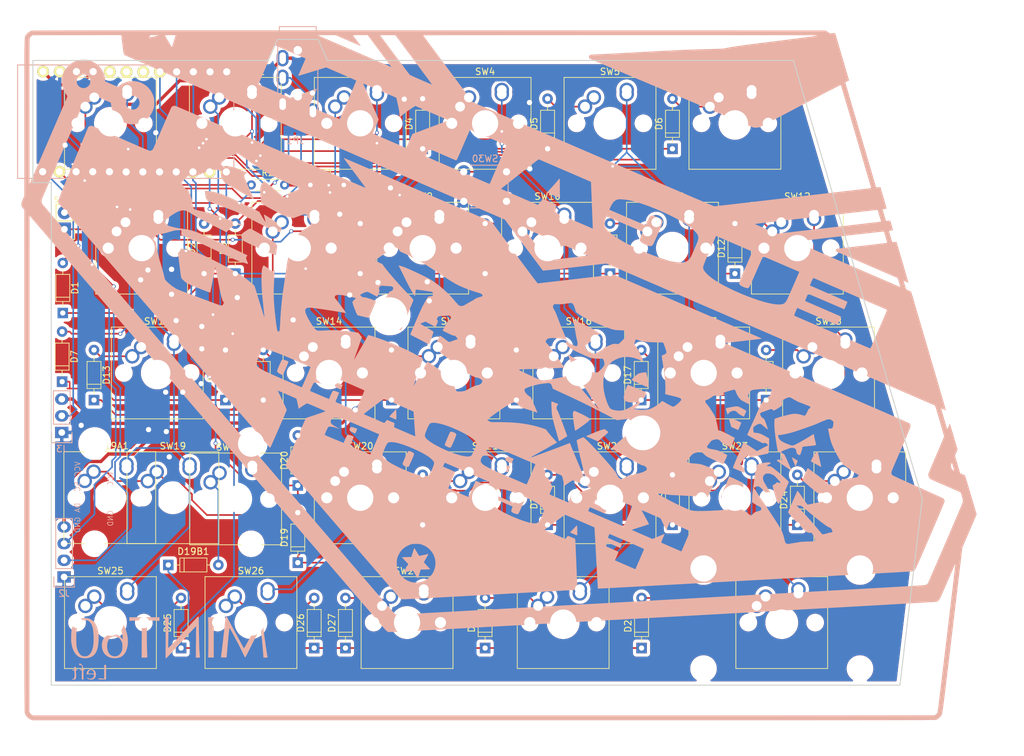
<source format=kicad_pcb>
(kicad_pcb (version 20171130) (host pcbnew "(5.1.6)-1")
  (layers (0 F.Cu signal) (31 B.Cu signal) (34 B.Paste user hide) (35 F.Paste user hide) (36 B.SilkS user hide) (37 F.SilkS user) (38 B.Mask user) (39 F.Mask user hide) (44 Edge.Cuts user))
  (net 0 "")
  (net 1 Row0)
  (net 2 "Net-(D1-Pad2)")
  (net 3 "Net-(D2-Pad2)")
  (net 4 "Net-(D3-Pad2)")
  (net 5 "Net-(D4-Pad2)")
  (net 6 "Net-(D5-Pad2)")
  (net 7 "Net-(D6-Pad2)")
  (net 8 Row1)
  (net 9 "Net-(D7-Pad2)")
  (net 10 "Net-(D8-Pad2)")
  (net 11 "Net-(D9-Pad2)")
  (net 12 "Net-(D10-Pad2)")
  (net 13 "Net-(D11-Pad2)")
  (net 14 "Net-(D12-Pad2)")
  (net 15 Row2)
  (net 16 "Net-(D13-Pad2)")
  (net 17 "Net-(D14-Pad2)")
  (net 18 "Net-(D15-Pad2)")
  (net 19 "Net-(D16-Pad2)")
  (net 20 "Net-(D17-Pad2)")
  (net 21 "Net-(D18-Pad2)")
  (net 22 Row3)
  (net 23 "Net-(D19-Pad2)")
  (net 24 "Net-(D20-Pad2)")
  (net 25 "Net-(D21-Pad2)")
  (net 26 "Net-(D22-Pad2)")
  (net 27 "Net-(D23-Pad2)")
  (net 28 "Net-(D24-Pad2)")
  (net 29 Row4)
  (net 30 "Net-(D25-Pad2)")
  (net 31 "Net-(D26-Pad2)")
  (net 32 "Net-(D27-Pad2)")
  (net 33 "Net-(D28-Pad2)")
  (net 34 "Net-(D29-Pad2)")
  (net 35 "Net-(J1-Pad4)")
  (net 36 GND)
  (net 37 +5V)
  (net 38 "Net-(J1-Pad2)")
  (net 39 SDA)
  (net 40 SCL)
  (net 41 LED)
  (net 42 Data)
  (net 43 Col0)
  (net 44 Col1)
  (net 45 Col2)
  (net 46 Col3)
  (net 47 Col4)
  (net 48 Col5)
  (net 49 Reset)
  (net 50 "Net-(U1-Pad20)")
  (net 51 "Net-(U1-Pad19)")
  (net 52 "Net-(U1-Pad18)")
  (net 53 "Net-(D19B1-Pad2)")
  (module Mint60:SW_Cherry_Matias_1.00u_PCB (layer F.Cu) (at 48.75 48.875)
    (fp_text reference SW7 (at 0 -7.874) (layer F.SilkS))
    (fp_text value SW_Push)
    (pad 1 thru_hole circle (at 2.54 -4.445) (size 2.2 2.2) (drill 1.5) (layers *.Cu *.Mask) (net 43 Col0))
    (pad 2 thru_hole circle (at -2.46 -3.945) (size 2.2 2.2) (drill 1.5) (layers *.Cu *.Mask) (net 9 "Net-(D7-Pad2)"))
    (pad "" np_thru_hole circle (at 0 0) (size 4 4) (drill 4) (layers *.Cu *.Mask))
    (pad "" np_thru_hole circle (at -5.08 0) (size 1.7 1.7) (drill 1.7) (layers *.Cu *.Mask))
    (pad "" np_thru_hole circle (at 5.08 0) (size 1.7 1.7) (drill 1.7) (layers *.Cu *.Mask))
    (pad 2 thru_hole circle (at -3.81 -2.54) (size 2.2 2.2) (drill 1.5) (layers *.Cu *.Mask) (net 9 "Net-(D7-Pad2)"))
    (pad 1 thru_hole circle (at 2.54 -5.08) (size 2.2 2.2) (drill 1.5) (layers *.Cu *.Mask) (net 43 Col0))
  )
  (module Mint60:SW_Cherry_Matias_1.00u_PCB (layer F.Cu) (at 63.05 87.05)
    (fp_text reference SW19B1 (at 0 -7.874) (layer F.SilkS))
    (fp_text value SW_Push)
    (pad 1 thru_hole circle (at 2.54 -5.08) (size 2.2 2.2) (drill 1.5) (layers *.Cu *.Mask) (net 48 Col5))
    (pad 2 thru_hole circle (at -3.81 -2.54) (size 2.2 2.2) (drill 1.5) (layers *.Cu *.Mask) (net 53 "Net-(D19B1-Pad2)"))
    (pad "" np_thru_hole circle (at 5.08 0) (size 1.7 1.7) (drill 1.7) (layers *.Cu *.Mask))
    (pad "" np_thru_hole circle (at -5.08 0) (size 1.7 1.7) (drill 1.7) (layers *.Cu *.Mask))
    (pad "" np_thru_hole circle (at 0 0) (size 4 4) (drill 4) (layers *.Cu *.Mask))
    (pad 2 thru_hole circle (at -2.46 -3.945) (size 2.2 2.2) (drill 1.5) (layers *.Cu *.Mask) (net 53 "Net-(D19B1-Pad2)"))
    (pad 1 thru_hole circle (at 2.54 -4.445) (size 2.2 2.2) (drill 1.5) (layers *.Cu *.Mask) (net 48 Col5))
  )
  (module Mint60:SW_Cherry_Matias_2.00u_PCB-flip (layer F.Cu) (at 53.5 86.875)
    (fp_text reference SW19 (at 0 -7.874) (layer F.SilkS))
    (fp_text value SW_Push)
    (pad 1 thru_hole circle (at 2.54 -4.445) (size 2.2 2.2) (drill 1.5) (layers *.Cu *.Mask) (net 43 Col0))
    (pad 2 thru_hole circle (at -3.81 -2.54) (size 2.2 2.2) (drill 1.5) (layers *.Cu *.Mask) (net 23 "Net-(D19-Pad2)"))
    (pad "" np_thru_hole circle (at 0 0) (size 4 4) (drill 4) (layers *.Cu *.Mask))
    (pad "" np_thru_hole circle (at -5.08 0) (size 1.7 1.7) (drill 1.7) (layers *.Cu *.Mask))
    (pad "" np_thru_hole circle (at 5.08 0) (size 1.7 1.7) (drill 1.7) (layers *.Cu *.Mask))
    (pad "" np_thru_hole circle (at 11.9 -8.24) (size 4 4) (drill 4) (layers *.Cu *.Mask))
    (pad "" np_thru_hole circle (at -11.9 -8.24) (size 4 4) (drill 4) (layers *.Cu *.Mask))
    (pad "" np_thru_hole circle (at -11.9 7) (size 3.05 3.05) (drill 3.05) (layers *.Cu *.Mask))
    (pad "" np_thru_hole circle (at 11.9 7) (size 3.05 3.05) (drill 3.05) (layers *.Cu *.Mask))
    (pad 1 thru_hole circle (at 2.54 -5.08) (size 2.2 2.2) (drill 1.5) (layers *.Cu *.Mask) (net 43 Col0))
    (pad 2 thru_hole circle (at -2.46 -3.945) (size 2.2 2.2) (drill 1.5) (layers *.Cu *.Mask) (net 23 "Net-(D19-Pad2)"))
  )
  (module Mint60:SW_Cherry_Matias_1.00u_PCB (layer F.Cu) (at 43.9 86.85)
    (fp_text reference SW19A1 (at 0 -7.874) (layer F.SilkS))
    (fp_text value SW_Push)
    (pad 1 thru_hole circle (at 2.54 -5.08) (size 2.2 2.2) (drill 1.5) (layers *.Cu *.Mask) (net 43 Col0))
    (pad 2 thru_hole circle (at -3.81 -2.54) (size 2.2 2.2) (drill 1.5) (layers *.Cu *.Mask) (net 23 "Net-(D19-Pad2)"))
    (pad "" np_thru_hole circle (at 5.08 0) (size 1.7 1.7) (drill 1.7) (layers *.Cu *.Mask))
    (pad "" np_thru_hole circle (at -5.08 0) (size 1.7 1.7) (drill 1.7) (layers *.Cu *.Mask))
    (pad "" np_thru_hole circle (at 0 0) (size 4 4) (drill 4) (layers *.Cu *.Mask))
    (pad 2 thru_hole circle (at -2.46 -3.945) (size 2.2 2.2) (drill 1.5) (layers *.Cu *.Mask) (net 23 "Net-(D19-Pad2)"))
    (pad 1 thru_hole circle (at 2.54 -4.445) (size 2.2 2.2) (drill 1.5) (layers *.Cu *.Mask) (net 43 Col0))
  )
  (module Mint60:Diode (layer F.Cu) (at 52.8 97.1)
    (fp_text reference D19B1 (at 3.81 -2.06) (layer F.SilkS))
    (fp_text value D)
    (pad 2 thru_hole oval (at 7.62 0) (size 1.6 1.6) (drill 0.8) (layers *.Cu *.Mask) (net 53 "Net-(D19B1-Pad2)"))
    (pad 1 thru_hole rect (at 0 0) (size 1.6 1.6) (drill 0.8) (layers *.Cu *.Mask) (net 29 Row4))
  )
  (module Mounting_Holes:MountingHole_5.3mm_M5 (layer F.Cu) (at 125 77)
    (fp_text reference REF** hide)
    (fp_text value MountingHole_5.3mm_M5)
    (pad 1 np_thru_hole circle (at 0 0) (size 5.3 5.3) (drill 5.3) (layers *.Cu *.Mask))
  )
  (module Pin_Headers:Pin_Header_Straight_1x04 (layer B.Cu) (at 36.95 98.93)
    (fp_text reference J2 (at 0 2.5) (layer B.SilkS) (effects (justify mirror)))
    (fp_text value Conn_01x04)
    (pad 1 thru_hole rect (at 0 0) (size 2.032 1.7272) (drill 1.016) (layers *.Cu *.Mask) (net 36 GND))
    (pad 2 thru_hole oval (at 0 -2.54) (size 2.032 1.7272) (drill 1.016) (layers *.Cu *.Mask) (net 39 SDA))
    (pad 3 thru_hole oval (at 0 -5.08) (size 2.032 1.7272) (drill 1.016) (layers *.Cu *.Mask) (net 40 SCL))
    (pad 4 thru_hole oval (at 0 -7.62) (size 2.032 1.7272) (drill 1.016) (layers *.Cu *.Mask) (net 37 +5V))
  )
  (module Mint60:ProMicro-Flip (layer F.Cu) (at 47.66 29.62 90)
    (fp_text reference U1 hide)
    (fp_text value ProMicro hide)
    (pad 13 thru_hole circle (at 7.59 14.03) (size 1.8 1.8) (drill 1.1) (layers *.Cu *.Mask F.SilkS) (net 48 Col5))
    (pad 14 thru_hole circle (at 7.59 11.49) (size 1.8 1.8) (drill 1.1) (layers *.Cu *.Mask F.SilkS) (net 47 Col4))
    (pad 15 thru_hole circle (at 7.59 8.95) (size 1.8 1.8) (drill 1.1) (layers *.Cu *.Mask F.SilkS) (net 44 Col1))
    (pad 16 thru_hole circle (at 7.59 6.41) (size 1.8 1.8) (drill 1.1) (layers *.Cu *.Mask F.SilkS) (net 45 Col2))
    (pad 17 thru_hole circle (at 7.59 3.87) (size 1.8 1.8) (drill 1.1) (layers *.Cu *.Mask F.SilkS) (net 46 Col3))
    (pad 18 thru_hole circle (at 7.59 1.33) (size 1.8 1.8) (drill 1.1) (layers *.Cu *.Mask F.SilkS) (net 52 "Net-(U1-Pad18)"))
    (pad 19 thru_hole circle (at 7.59 -1.21) (size 1.8 1.8) (drill 1.1) (layers *.Cu *.Mask F.SilkS) (net 51 "Net-(U1-Pad19)"))
    (pad 20 thru_hole circle (at 7.62 -3.75) (size 1.8 1.8) (drill 1.1) (layers *.Cu *.Mask F.SilkS) (net 50 "Net-(U1-Pad20)"))
    (pad 21 thru_hole circle (at 7.62 -6.29) (size 1.8 1.8) (drill 1.1) (layers *.Cu *.Mask F.SilkS) (net 37 +5V))
    (pad 22 thru_hole circle (at 7.62 -8.83) (size 1.8 1.8) (drill 1.1) (layers *.Cu *.Mask F.SilkS) (net 49 Reset))
    (pad 23 thru_hole circle (at 7.62 -11.37) (size 1.8 1.8) (drill 1.1) (layers *.Cu *.Mask F.SilkS) (net 36 GND))
    (pad 24 thru_hole circle (at 7.62 -13.91) (size 1.8 1.8) (drill 1.1) (layers *.Cu *.Mask F.SilkS) (net 37 +5V))
    (pad 1 thru_hole circle (at -7.62 -13.97) (size 1.8 1.8) (drill 1.1) (layers *.Cu *.Mask F.SilkS) (net 41 LED))
    (pad 2 thru_hole circle (at -7.62 -11.43) (size 1.8 1.8) (drill 1.1) (layers *.Cu *.Mask F.SilkS) (net 42 Data))
    (pad 3 thru_hole circle (at -7.62 -8.89) (size 1.8 1.8) (drill 1.1) (layers *.Cu *.Mask F.SilkS) (net 36 GND))
    (pad 4 thru_hole circle (at -7.62 -6.35) (size 1.8 1.8) (drill 1.1) (layers *.Cu *.Mask F.SilkS) (net 36 GND))
    (pad 5 thru_hole circle (at -7.62 -3.81) (size 1.8 1.8) (drill 1.1) (layers *.Cu *.Mask F.SilkS) (net 39 SDA))
    (pad 6 thru_hole circle (at -7.65 -1.27) (size 1.8 1.8) (drill 1.1) (layers *.Cu *.Mask F.SilkS) (net 40 SCL))
    (pad 7 thru_hole circle (at -7.65 1.27) (size 1.8 1.8) (drill 1.1) (layers *.Cu *.Mask F.SilkS) (net 43 Col0))
    (pad 8 thru_hole circle (at -7.65 3.81) (size 1.8 1.8) (drill 1.1) (layers *.Cu *.Mask F.SilkS) (net 1 Row0))
    (pad 9 thru_hole circle (at -7.65 6.35) (size 1.8 1.8) (drill 1.1) (layers *.Cu *.Mask F.SilkS) (net 8 Row1))
    (pad 10 thru_hole circle (at -7.65 8.89) (size 1.8 1.8) (drill 1.1) (layers *.Cu *.Mask F.SilkS) (net 15 Row2))
    (pad 11 thru_hole circle (at -7.65 11.43) (size 1.8 1.8) (drill 1.1) (layers *.Cu *.Mask F.SilkS) (net 22 Row3))
    (pad 12 thru_hole circle (at -7.65 13.97) (size 1.8 1.8) (drill 1.1) (layers *.Cu *.Mask F.SilkS) (net 29 Row4))
  )
  (module Mint60:Diode (layer F.Cu) (at 36.75 58.75 90)
    (fp_text reference D1 (at 3.81 1.85 90) (layer F.SilkS))
    (fp_text value D)
    (pad 1 thru_hole rect (at 0 0 90) (size 1.6 1.6) (drill 0.8) (layers *.Cu *.Mask) (net 1 Row0))
    (pad 2 thru_hole oval (at 7.62 0 90) (size 1.6 1.6) (drill 0.8) (layers *.Cu *.Mask) (net 2 "Net-(D1-Pad2)"))
  )
  (module Mint60:Diode (layer F.Cu) (at 58.25 52.75 90)
    (fp_text reference D2 (at 3.81 -1.85 90) (layer F.SilkS))
    (fp_text value D)
    (pad 1 thru_hole rect (at 0 0 90) (size 1.6 1.6) (drill 0.8) (layers *.Cu *.Mask) (net 1 Row0))
    (pad 2 thru_hole oval (at 7.62 0 90) (size 1.6 1.6) (drill 0.8) (layers *.Cu *.Mask) (net 3 "Net-(D2-Pad2)"))
  )
  (module Mint60:Diode (layer F.Cu) (at 63 52.75 90)
    (fp_text reference D3 (at 3.81 -1.8 90) (layer F.SilkS))
    (fp_text value D)
    (pad 1 thru_hole rect (at 0 0 90) (size 1.6 1.6) (drill 0.8) (layers *.Cu *.Mask) (net 1 Row0))
    (pad 2 thru_hole oval (at 7.62 0 90) (size 1.6 1.6) (drill 0.8) (layers *.Cu *.Mask) (net 4 "Net-(D3-Pad2)"))
  )
  (module Mint60:Diode (layer F.Cu) (at 91.5 33.75 90)
    (fp_text reference D4 (at 3.81 -2.06 90) (layer F.SilkS))
    (fp_text value D)
    (pad 1 thru_hole rect (at 0 0 90) (size 1.6 1.6) (drill 0.8) (layers *.Cu *.Mask) (net 1 Row0))
    (pad 2 thru_hole oval (at 7.62 0 90) (size 1.6 1.6) (drill 0.8) (layers *.Cu *.Mask) (net 5 "Net-(D4-Pad2)"))
  )
  (module Mint60:Diode (layer F.Cu) (at 110.5 33.75 90)
    (fp_text reference D5 (at 3.81 -2.06 90) (layer F.SilkS))
    (fp_text value D)
    (pad 1 thru_hole rect (at 0 0 90) (size 1.6 1.6) (drill 0.8) (layers *.Cu *.Mask) (net 1 Row0))
    (pad 2 thru_hole oval (at 7.62 0 90) (size 1.6 1.6) (drill 0.8) (layers *.Cu *.Mask) (net 6 "Net-(D5-Pad2)"))
  )
  (module Mint60:Diode (layer F.Cu) (at 129.5 33.75 90)
    (fp_text reference D6 (at 3.81 -2.06 90) (layer F.SilkS))
    (fp_text value D)
    (pad 1 thru_hole rect (at 0 0 90) (size 1.6 1.6) (drill 0.8) (layers *.Cu *.Mask) (net 1 Row0))
    (pad 2 thru_hole oval (at 7.62 0 90) (size 1.6 1.6) (drill 0.8) (layers *.Cu *.Mask) (net 7 "Net-(D6-Pad2)"))
  )
  (module Mint60:Diode (layer F.Cu) (at 36.65 69.2 90)
    (fp_text reference D7 (at 3.81 1.85 90) (layer F.SilkS))
    (fp_text value D)
    (pad 1 thru_hole rect (at 0 0 90) (size 1.6 1.6) (drill 0.8) (layers *.Cu *.Mask) (net 8 Row1))
    (pad 2 thru_hole oval (at 7.62 0 90) (size 1.6 1.6) (drill 0.8) (layers *.Cu *.Mask) (net 9 "Net-(D7-Pad2)"))
  )
  (module Mint60:Diode (layer F.Cu) (at 61.5 72 90)
    (fp_text reference D8 (at 3.81 -2.06 90) (layer F.SilkS))
    (fp_text value D)
    (pad 1 thru_hole rect (at 0 0 90) (size 1.6 1.6) (drill 0.8) (layers *.Cu *.Mask) (net 8 Row1))
    (pad 2 thru_hole oval (at 7.62 0 90) (size 1.6 1.6) (drill 0.8) (layers *.Cu *.Mask) (net 10 "Net-(D8-Pad2)"))
  )
  (module Mint60:Diode (layer F.Cu) (at 82 52.75 90)
    (fp_text reference D9 (at 3.81 -2.06 90) (layer F.SilkS))
    (fp_text value D)
    (pad 1 thru_hole rect (at 0 0 90) (size 1.6 1.6) (drill 0.8) (layers *.Cu *.Mask) (net 8 Row1))
    (pad 2 thru_hole oval (at 7.62 0 90) (size 1.6 1.6) (drill 0.8) (layers *.Cu *.Mask) (net 11 "Net-(D9-Pad2)"))
  )
  (module Mint60:Diode (layer F.Cu) (at 101 52.75 90)
    (fp_text reference D10 (at 3.81 -2.06 90) (layer F.SilkS))
    (fp_text value D)
    (pad 1 thru_hole rect (at 0 0 90) (size 1.6 1.6) (drill 0.8) (layers *.Cu *.Mask) (net 8 Row1))
    (pad 2 thru_hole oval (at 7.62 0 90) (size 1.6 1.6) (drill 0.8) (layers *.Cu *.Mask) (net 12 "Net-(D10-Pad2)"))
  )
  (module Mint60:Diode (layer F.Cu) (at 120 52.75 90)
    (fp_text reference D11 (at 3.81 -2.06 90) (layer F.SilkS))
    (fp_text value D)
    (pad 1 thru_hole rect (at 0 0 90) (size 1.6 1.6) (drill 0.8) (layers *.Cu *.Mask) (net 8 Row1))
    (pad 2 thru_hole oval (at 7.62 0 90) (size 1.6 1.6) (drill 0.8) (layers *.Cu *.Mask) (net 13 "Net-(D11-Pad2)"))
  )
  (module Mint60:Diode (layer F.Cu) (at 139 52.75 90)
    (fp_text reference D12 (at 3.81 -2.06 90) (layer F.SilkS))
    (fp_text value D)
    (pad 1 thru_hole rect (at 0 0 90) (size 1.6 1.6) (drill 0.8) (layers *.Cu *.Mask) (net 8 Row1))
    (pad 2 thru_hole oval (at 7.62 0 90) (size 1.6 1.6) (drill 0.8) (layers *.Cu *.Mask) (net 14 "Net-(D12-Pad2)"))
  )
  (module Mint60:Diode (layer F.Cu) (at 41.5 72 90)
    (fp_text reference D13 (at 3.81 1.9 90) (layer F.SilkS))
    (fp_text value D)
    (pad 1 thru_hole rect (at 0 0 90) (size 1.6 1.6) (drill 0.8) (layers *.Cu *.Mask) (net 15 Row2))
    (pad 2 thru_hole oval (at 7.62 0 90) (size 1.6 1.6) (drill 0.8) (layers *.Cu *.Mask) (net 16 "Net-(D13-Pad2)"))
  )
  (module Mint60:Diode (layer F.Cu) (at 67.25 72 90)
    (fp_text reference D14 (at 3.81 -2.06 90) (layer F.SilkS))
    (fp_text value D)
    (pad 1 thru_hole rect (at 0 0 90) (size 1.6 1.6) (drill 0.8) (layers *.Cu *.Mask) (net 15 Row2))
    (pad 2 thru_hole oval (at 7.62 0 90) (size 1.6 1.6) (drill 0.8) (layers *.Cu *.Mask) (net 17 "Net-(D14-Pad2)"))
  )
  (module Mint60:Diode (layer F.Cu) (at 86.75 72 90)
    (fp_text reference D15 (at 3.81 -2.06 90) (layer F.SilkS))
    (fp_text value D)
    (pad 1 thru_hole rect (at 0 0 90) (size 1.6 1.6) (drill 0.8) (layers *.Cu *.Mask) (net 15 Row2))
    (pad 2 thru_hole oval (at 7.62 0 90) (size 1.6 1.6) (drill 0.8) (layers *.Cu *.Mask) (net 18 "Net-(D15-Pad2)"))
  )
  (module Mint60:Diode (layer F.Cu) (at 105.75 72 90)
    (fp_text reference D16 (at 3.81 -2.06 90) (layer F.SilkS))
    (fp_text value D)
    (pad 1 thru_hole rect (at 0 0 90) (size 1.6 1.6) (drill 0.8) (layers *.Cu *.Mask) (net 15 Row2))
    (pad 2 thru_hole oval (at 7.62 0 90) (size 1.6 1.6) (drill 0.8) (layers *.Cu *.Mask) (net 19 "Net-(D16-Pad2)"))
  )
  (module Mint60:Diode (layer F.Cu) (at 124.75 72 90)
    (fp_text reference D17 (at 3.81 -2.06 90) (layer F.SilkS))
    (fp_text value D)
    (pad 1 thru_hole rect (at 0 0 90) (size 1.6 1.6) (drill 0.8) (layers *.Cu *.Mask) (net 15 Row2))
    (pad 2 thru_hole oval (at 7.62 0 90) (size 1.6 1.6) (drill 0.8) (layers *.Cu *.Mask) (net 20 "Net-(D17-Pad2)"))
  )
  (module Mint60:Diode (layer F.Cu) (at 143.75 72 90)
    (fp_text reference D18 (at 3.81 -2.06 90) (layer F.SilkS))
    (fp_text value D)
    (pad 1 thru_hole rect (at 0 0 90) (size 1.6 1.6) (drill 0.8) (layers *.Cu *.Mask) (net 15 Row2))
    (pad 2 thru_hole oval (at 7.62 0 90) (size 1.6 1.6) (drill 0.8) (layers *.Cu *.Mask) (net 21 "Net-(D18-Pad2)"))
  )
  (module Mint60:Diode (layer F.Cu) (at 72.5 96.75 90)
    (fp_text reference D19 (at 3.81 -2.06 90) (layer F.SilkS))
    (fp_text value D)
    (pad 1 thru_hole rect (at 0 0 90) (size 1.6 1.6) (drill 0.8) (layers *.Cu *.Mask) (net 22 Row3))
    (pad 2 thru_hole oval (at 7.62 0 90) (size 1.6 1.6) (drill 0.8) (layers *.Cu *.Mask) (net 23 "Net-(D19-Pad2)"))
  )
  (module Mint60:Diode (layer F.Cu) (at 72.5 85 90)
    (fp_text reference D20 (at 3.81 -2.06 90) (layer F.SilkS))
    (fp_text value D)
    (pad 1 thru_hole rect (at 0 0 90) (size 1.6 1.6) (drill 0.8) (layers *.Cu *.Mask) (net 22 Row3))
    (pad 2 thru_hole oval (at 7.62 0 90) (size 1.6 1.6) (drill 0.8) (layers *.Cu *.Mask) (net 24 "Net-(D20-Pad2)"))
  )
  (module Mint60:Diode (layer F.Cu) (at 91.5 91 90)
    (fp_text reference D21 (at 3.81 -2.06 90) (layer F.SilkS))
    (fp_text value D)
    (pad 1 thru_hole rect (at 0 0 90) (size 1.6 1.6) (drill 0.8) (layers *.Cu *.Mask) (net 22 Row3))
    (pad 2 thru_hole oval (at 7.62 0 90) (size 1.6 1.6) (drill 0.8) (layers *.Cu *.Mask) (net 25 "Net-(D21-Pad2)"))
  )
  (module Mint60:Diode (layer F.Cu) (at 110.5 91 90)
    (fp_text reference D22 (at 3.81 -2.06 90) (layer F.SilkS))
    (fp_text value D)
    (pad 1 thru_hole rect (at 0 0 90) (size 1.6 1.6) (drill 0.8) (layers *.Cu *.Mask) (net 22 Row3))
    (pad 2 thru_hole oval (at 7.62 0 90) (size 1.6 1.6) (drill 0.8) (layers *.Cu *.Mask) (net 26 "Net-(D22-Pad2)"))
  )
  (module Mint60:Diode (layer F.Cu) (at 129.5 91 90)
    (fp_text reference D23 (at 3.81 -2.06 90) (layer F.SilkS))
    (fp_text value D)
    (pad 1 thru_hole rect (at 0 0 90) (size 1.6 1.6) (drill 0.8) (layers *.Cu *.Mask) (net 22 Row3))
    (pad 2 thru_hole oval (at 7.62 0 90) (size 1.6 1.6) (drill 0.8) (layers *.Cu *.Mask) (net 27 "Net-(D23-Pad2)"))
  )
  (module Mint60:Diode (layer F.Cu) (at 148.5 91 90)
    (fp_text reference D24 (at 3.81 -2.06 90) (layer F.SilkS))
    (fp_text value D)
    (pad 1 thru_hole rect (at 0 0 90) (size 1.6 1.6) (drill 0.8) (layers *.Cu *.Mask) (net 22 Row3))
    (pad 2 thru_hole oval (at 7.62 0 90) (size 1.6 1.6) (drill 0.8) (layers *.Cu *.Mask) (net 28 "Net-(D24-Pad2)"))
  )
  (module Mint60:Diode (layer F.Cu) (at 54.75 109.75 90)
    (fp_text reference D25 (at 3.81 -2.06 90) (layer F.SilkS))
    (fp_text value D)
    (pad 1 thru_hole rect (at 0 0 90) (size 1.6 1.6) (drill 0.8) (layers *.Cu *.Mask) (net 29 Row4))
    (pad 2 thru_hole oval (at 7.62 0 90) (size 1.6 1.6) (drill 0.8) (layers *.Cu *.Mask) (net 30 "Net-(D25-Pad2)"))
  )
  (module Mint60:Diode (layer F.Cu) (at 75 109.75 90)
    (fp_text reference D26 (at 3.81 -2.06 90) (layer F.SilkS))
    (fp_text value D)
    (pad 1 thru_hole rect (at 0 0 90) (size 1.6 1.6) (drill 0.8) (layers *.Cu *.Mask) (net 29 Row4))
    (pad 2 thru_hole oval (at 7.62 0 90) (size 1.6 1.6) (drill 0.8) (layers *.Cu *.Mask) (net 31 "Net-(D26-Pad2)"))
  )
  (module Mint60:Diode (layer F.Cu) (at 79.75 109.75 90)
    (fp_text reference D27 (at 3.81 -2.06 90) (layer F.SilkS))
    (fp_text value D)
    (pad 1 thru_hole rect (at 0 0 90) (size 1.6 1.6) (drill 0.8) (layers *.Cu *.Mask) (net 29 Row4))
    (pad 2 thru_hole oval (at 7.62 0 90) (size 1.6 1.6) (drill 0.8) (layers *.Cu *.Mask) (net 32 "Net-(D27-Pad2)"))
  )
  (module Mint60:Diode (layer F.Cu) (at 101 109.75 90)
    (fp_text reference D28 (at 3.81 -2.06 90) (layer F.SilkS))
    (fp_text value D)
    (pad 1 thru_hole rect (at 0 0 90) (size 1.6 1.6) (drill 0.8) (layers *.Cu *.Mask) (net 29 Row4))
    (pad 2 thru_hole oval (at 7.62 0 90) (size 1.6 1.6) (drill 0.8) (layers *.Cu *.Mask) (net 33 "Net-(D28-Pad2)"))
  )
  (module Mint60:Diode (layer F.Cu) (at 124.8 109.75 90)
    (fp_text reference D29 (at 3.81 -2.06 90) (layer F.SilkS))
    (fp_text value D)
    (pad 1 thru_hole rect (at 0 0 90) (size 1.6 1.6) (drill 0.8) (layers *.Cu *.Mask) (net 29 Row4))
    (pad 2 thru_hole oval (at 7.62 0 90) (size 1.6 1.6) (drill 0.8) (layers *.Cu *.Mask) (net 34 "Net-(D29-Pad2)"))
  )
  (module Mint60:TRRS_JACK_MJ4PP9_fr (layer B.Cu) (at 72.45 29.15 180)
    (fp_text reference J1 hide)
    (fp_text value MJ-4PP-9 hide)
    (pad "" np_thru_hole circle (at -0.05 10.4 180) (size 1.3 1.3) (drill 1.3) (layers *.Cu *.Mask))
    (pad "" np_thru_hole circle (at -0.05 3.4 180) (size 1.3 1.3) (drill 1.3) (layers *.Cu *.Mask))
    (pad 4 thru_hole oval (at -2.35 1.1 180) (size 1.8 2.5) (drill oval 1 1.8) (layers *.Cu *.Mask) (net 35 "Net-(J1-Pad4)"))
    (pad 1 thru_hole oval (at 2.25 2.2 180) (size 1.8 2.5) (drill oval 1 1.8) (layers *.Cu *.Mask) (net 36 GND))
    (pad 3 thru_hole oval (at 2.25 9.2 180) (size 1.8 2.5) (drill oval 1 1.8) (layers *.Cu *.Mask) (net 37 +5V))
    (pad 2 thru_hole oval (at 2.25 6.2 180) (size 1.8 2.5) (drill oval 1 1.8) (layers *.Cu *.Mask) (net 38 "Net-(J1-Pad2)"))
  )
  (module Pin_Headers:Pin_Header_Straight_1x03 (layer B.Cu) (at 36.6 76.94)
    (fp_text reference J3 (at 0 2.5) (layer B.SilkS) (effects (justify mirror)))
    (fp_text value Conn_01x03)
    (pad 1 thru_hole rect (at 0 0) (size 2.032 1.7272) (drill 1.016) (layers *.Cu *.Mask) (net 36 GND))
    (pad 2 thru_hole oval (at 0 -2.54) (size 2.032 1.7272) (drill 1.016) (layers *.Cu *.Mask) (net 41 LED))
    (pad 3 thru_hole oval (at 0 -5.08) (size 2.032 1.7272) (drill 1.016) (layers *.Cu *.Mask) (net 37 +5V))
  )
  (module Pin_Headers:Pin_Header_Straight_1x02 (layer F.Cu) (at 37 46 180)
    (fp_text reference J4 (at -2.3 1.3 180) (layer F.SilkS))
    (fp_text value Conn_01x02)
    (pad 1 thru_hole rect (at 0 0 180) (size 2.032 2.032) (drill 1.016) (layers *.Cu *.Mask) (net 38 "Net-(J1-Pad2)"))
    (pad 2 thru_hole oval (at 0 2.54 180) (size 2.032 2.032) (drill 1.016) (layers *.Cu *.Mask) (net 35 "Net-(J1-Pad4)"))
  )
  (module Resistors_THT:R_Axial_DIN0204_L3.6mm_D1.6mm_P5.08mm_Horizontal (layer F.Cu) (at 74.42 39.25)
    (fp_text reference R1 (at 2.54 -1.86) (layer F.SilkS))
    (fp_text value R)
    (pad 1 thru_hole circle (at 0 0) (size 1.4 1.4) (drill 0.7) (layers *.Cu *.Mask) (net 37 +5V))
    (pad 2 thru_hole oval (at 5.08 0) (size 1.4 1.4) (drill 0.7) (layers *.Cu *.Mask) (net 39 SDA))
  )
  (module Resistors_THT:R_Axial_DIN0204_L3.6mm_D1.6mm_P5.08mm_Horizontal (layer F.Cu) (at 65.42 39.25)
    (fp_text reference R2 (at 2.54 -1.86) (layer F.SilkS))
    (fp_text value R)
    (pad 1 thru_hole circle (at 0 0) (size 1.4 1.4) (drill 0.7) (layers *.Cu *.Mask) (net 40 SCL))
    (pad 2 thru_hole oval (at 5.08 0) (size 1.4 1.4) (drill 0.7) (layers *.Cu *.Mask) (net 37 +5V))
  )
  (module Mint60:SW_Cherry_Matias_1.00u_PCB (layer F.Cu) (at 44 29.875)
    (fp_text reference SW1 (at 0 3.325) (layer F.SilkS))
    (fp_text value SW_Push)
    (pad 1 thru_hole circle (at 2.54 -4.445) (size 2.2 2.2) (drill 1.5) (layers *.Cu *.Mask) (net 43 Col0))
    (pad 2 thru_hole circle (at -2.46 -3.945) (size 2.2 2.2) (drill 1.5) (layers *.Cu *.Mask) (net 2 "Net-(D1-Pad2)"))
    (pad "" np_thru_hole circle (at 0 0) (size 4 4) (drill 4) (layers *.Cu *.Mask))
    (pad "" np_thru_hole circle (at -5.08 0) (size 1.7 1.7) (drill 1.7) (layers *.Cu *.Mask))
    (pad "" np_thru_hole circle (at 5.08 0) (size 1.7 1.7) (drill 1.7) (layers *.Cu *.Mask))
    (pad 2 thru_hole circle (at -3.81 -2.54) (size 2.2 2.2) (drill 1.5) (layers *.Cu *.Mask) (net 2 "Net-(D1-Pad2)"))
    (pad 1 thru_hole circle (at 2.54 -5.08) (size 2.2 2.2) (drill 1.5) (layers *.Cu *.Mask) (net 43 Col0))
  )
  (module Mint60:SW_Cherry_Matias_1.00u_PCB (layer F.Cu) (at 63 29.875)
    (fp_text reference SW2 (at 3 -7.875) (layer F.SilkS))
    (fp_text value SW_Push)
    (pad 1 thru_hole circle (at 2.54 -4.445) (size 2.2 2.2) (drill 1.5) (layers *.Cu *.Mask) (net 44 Col1))
    (pad 2 thru_hole circle (at -2.46 -3.945) (size 2.2 2.2) (drill 1.5) (layers *.Cu *.Mask) (net 3 "Net-(D2-Pad2)"))
    (pad "" np_thru_hole circle (at 0 0) (size 4 4) (drill 4) (layers *.Cu *.Mask))
    (pad "" np_thru_hole circle (at -5.08 0) (size 1.7 1.7) (drill 1.7) (layers *.Cu *.Mask))
    (pad "" np_thru_hole circle (at 5.08 0) (size 1.7 1.7) (drill 1.7) (layers *.Cu *.Mask))
    (pad 2 thru_hole circle (at -3.81 -2.54) (size 2.2 2.2) (drill 1.5) (layers *.Cu *.Mask) (net 3 "Net-(D2-Pad2)"))
    (pad 1 thru_hole circle (at 2.54 -5.08) (size 2.2 2.2) (drill 1.5) (layers *.Cu *.Mask) (net 44 Col1))
  )
  (module Mint60:SW_Cherry_Matias_1.00u_PCB (layer F.Cu) (at 82 29.875)
    (fp_text reference SW3 (at 0 -7.874) (layer F.SilkS))
    (fp_text value SW_Push)
    (pad 1 thru_hole circle (at 2.54 -4.445) (size 2.2 2.2) (drill 1.5) (layers *.Cu *.Mask) (net 45 Col2))
    (pad 2 thru_hole circle (at -2.46 -3.945) (size 2.2 2.2) (drill 1.5) (layers *.Cu *.Mask) (net 4 "Net-(D3-Pad2)"))
    (pad "" np_thru_hole circle (at 0 0) (size 4 4) (drill 4) (layers *.Cu *.Mask))
    (pad "" np_thru_hole circle (at -5.08 0) (size 1.7 1.7) (drill 1.7) (layers *.Cu *.Mask))
    (pad "" np_thru_hole circle (at 5.08 0) (size 1.7 1.7) (drill 1.7) (layers *.Cu *.Mask))
    (pad 2 thru_hole circle (at -3.81 -2.54) (size 2.2 2.2) (drill 1.5) (layers *.Cu *.Mask) (net 4 "Net-(D3-Pad2)"))
    (pad 1 thru_hole circle (at 2.54 -5.08) (size 2.2 2.2) (drill 1.5) (layers *.Cu *.Mask) (net 45 Col2))
  )
  (module Mint60:SW_Cherry_Matias_1.00u_PCB (layer F.Cu) (at 101 29.875)
    (fp_text reference SW4 (at 0 -7.874) (layer F.SilkS))
    (fp_text value SW_Push)
    (pad 1 thru_hole circle (at 2.54 -4.445) (size 2.2 2.2) (drill 1.5) (layers *.Cu *.Mask) (net 46 Col3))
    (pad 2 thru_hole circle (at -2.46 -3.945) (size 2.2 2.2) (drill 1.5) (layers *.Cu *.Mask) (net 5 "Net-(D4-Pad2)"))
    (pad "" np_thru_hole circle (at 0 0) (size 4 4) (drill 4) (layers *.Cu *.Mask))
    (pad "" np_thru_hole circle (at -5.08 0) (size 1.7 1.7) (drill 1.7) (layers *.Cu *.Mask))
    (pad "" np_thru_hole circle (at 5.08 0) (size 1.7 1.7) (drill 1.7) (layers *.Cu *.Mask))
    (pad 2 thru_hole circle (at -3.81 -2.54) (size 2.2 2.2) (drill 1.5) (layers *.Cu *.Mask) (net 5 "Net-(D4-Pad2)"))
    (pad 1 thru_hole circle (at 2.54 -5.08) (size 2.2 2.2) (drill 1.5) (layers *.Cu *.Mask) (net 46 Col3))
  )
  (module Mint60:SW_Cherry_Matias_1.00u_PCB (layer F.Cu) (at 120 29.875)
    (fp_text reference SW5 (at 0 -7.874) (layer F.SilkS))
    (fp_text value SW_Push)
    (pad 1 thru_hole circle (at 2.54 -4.445) (size 2.2 2.2) (drill 1.5) (layers *.Cu *.Mask) (net 47 Col4))
    (pad 2 thru_hole circle (at -2.46 -3.945) (size 2.2 2.2) (drill 1.5) (layers *.Cu *.Mask) (net 6 "Net-(D5-Pad2)"))
    (pad "" np_thru_hole circle (at 0 0) (size 4 4) (drill 4) (layers *.Cu *.Mask))
    (pad "" np_thru_hole circle (at -5.08 0) (size 1.7 1.7) (drill 1.7) (layers *.Cu *.Mask))
    (pad "" np_thru_hole circle (at 5.08 0) (size 1.7 1.7) (drill 1.7) (layers *.Cu *.Mask))
    (pad 2 thru_hole circle (at -3.81 -2.54) (size 2.2 2.2) (drill 1.5) (layers *.Cu *.Mask) (net 6 "Net-(D5-Pad2)"))
    (pad 1 thru_hole circle (at 2.54 -5.08) (size 2.2 2.2) (drill 1.5) (layers *.Cu *.Mask) (net 47 Col4))
  )
  (module Mint60:SW_Cherry_Matias_1.00u_PCB (layer F.Cu) (at 139 29.875)
    (fp_text reference SW6 (at 0 -7.874) (layer F.SilkS))
    (fp_text value SW_Push)
    (pad 1 thru_hole circle (at 2.54 -4.445) (size 2.2 2.2) (drill 1.5) (layers *.Cu *.Mask) (net 48 Col5))
    (pad 2 thru_hole circle (at -2.46 -3.945) (size 2.2 2.2) (drill 1.5) (layers *.Cu *.Mask) (net 7 "Net-(D6-Pad2)"))
    (pad "" np_thru_hole circle (at 0 0) (size 4 4) (drill 4) (layers *.Cu *.Mask))
    (pad "" np_thru_hole circle (at -5.08 0) (size 1.7 1.7) (drill 1.7) (layers *.Cu *.Mask))
    (pad "" np_thru_hole circle (at 5.08 0) (size 1.7 1.7) (drill 1.7) (layers *.Cu *.Mask))
    (pad 2 thru_hole circle (at -3.81 -2.54) (size 2.2 2.2) (drill 1.5) (layers *.Cu *.Mask) (net 7 "Net-(D6-Pad2)"))
    (pad 1 thru_hole circle (at 2.54 -5.08) (size 2.2 2.2) (drill 1.5) (layers *.Cu *.Mask) (net 48 Col5))
  )
  (module Mint60:SW_Cherry_Matias_1.00u_PCB (layer F.Cu) (at 72.5 48.875)
    (fp_text reference SW8 (at 0 -7.874) (layer F.SilkS))
    (fp_text value SW_Push)
    (pad 1 thru_hole circle (at 2.54 -4.445) (size 2.2 2.2) (drill 1.5) (layers *.Cu *.Mask) (net 44 Col1))
    (pad 2 thru_hole circle (at -2.46 -3.945) (size 2.2 2.2) (drill 1.5) (layers *.Cu *.Mask) (net 10 "Net-(D8-Pad2)"))
    (pad "" np_thru_hole circle (at 0 0) (size 4 4) (drill 4) (layers *.Cu *.Mask))
    (pad "" np_thru_hole circle (at -5.08 0) (size 1.7 1.7) (drill 1.7) (layers *.Cu *.Mask))
    (pad "" np_thru_hole circle (at 5.08 0) (size 1.7 1.7) (drill 1.7) (layers *.Cu *.Mask))
    (pad 2 thru_hole circle (at -3.81 -2.54) (size 2.2 2.2) (drill 1.5) (layers *.Cu *.Mask) (net 10 "Net-(D8-Pad2)"))
    (pad 1 thru_hole circle (at 2.54 -5.08) (size 2.2 2.2) (drill 1.5) (layers *.Cu *.Mask) (net 44 Col1))
  )
  (module Mint60:SW_Cherry_Matias_1.00u_PCB (layer F.Cu) (at 91.5 48.875)
    (fp_text reference SW9 (at 0 -7.874) (layer F.SilkS))
    (fp_text value SW_Push)
    (pad 1 thru_hole circle (at 2.54 -4.445) (size 2.2 2.2) (drill 1.5) (layers *.Cu *.Mask) (net 45 Col2))
    (pad 2 thru_hole circle (at -2.46 -3.945) (size 2.2 2.2) (drill 1.5) (layers *.Cu *.Mask) (net 11 "Net-(D9-Pad2)"))
    (pad "" np_thru_hole circle (at 0 0) (size 4 4) (drill 4) (layers *.Cu *.Mask))
    (pad "" np_thru_hole circle (at -5.08 0) (size 1.7 1.7) (drill 1.7) (layers *.Cu *.Mask))
    (pad "" np_thru_hole circle (at 5.08 0) (size 1.7 1.7) (drill 1.7) (layers *.Cu *.Mask))
    (pad 2 thru_hole circle (at -3.81 -2.54) (size 2.2 2.2) (drill 1.5) (layers *.Cu *.Mask) (net 11 "Net-(D9-Pad2)"))
    (pad 1 thru_hole circle (at 2.54 -5.08) (size 2.2 2.2) (drill 1.5) (layers *.Cu *.Mask) (net 45 Col2))
  )
  (module Mint60:SW_Cherry_Matias_1.00u_PCB (layer F.Cu) (at 110.5 48.875)
    (fp_text reference SW10 (at 0 -7.874) (layer F.SilkS))
    (fp_text value SW_Push)
    (pad 1 thru_hole circle (at 2.54 -4.445) (size 2.2 2.2) (drill 1.5) (layers *.Cu *.Mask) (net 46 Col3))
    (pad 2 thru_hole circle (at -2.46 -3.945) (size 2.2 2.2) (drill 1.5) (layers *.Cu *.Mask) (net 12 "Net-(D10-Pad2)"))
    (pad "" np_thru_hole circle (at 0 0) (size 4 4) (drill 4) (layers *.Cu *.Mask))
    (pad "" np_thru_hole circle (at -5.08 0) (size 1.7 1.7) (drill 1.7) (layers *.Cu *.Mask))
    (pad "" np_thru_hole circle (at 5.08 0) (size 1.7 1.7) (drill 1.7) (layers *.Cu *.Mask))
    (pad 2 thru_hole circle (at -3.81 -2.54) (size 2.2 2.2) (drill 1.5) (layers *.Cu *.Mask) (net 12 "Net-(D10-Pad2)"))
    (pad 1 thru_hole circle (at 2.54 -5.08) (size 2.2 2.2) (drill 1.5) (layers *.Cu *.Mask) (net 46 Col3))
  )
  (module Mint60:SW_Cherry_Matias_1.00u_PCB (layer F.Cu) (at 129.5 48.875)
    (fp_text reference SW11 (at 0 -7.874) (layer F.SilkS))
    (fp_text value SW_Push)
    (pad 1 thru_hole circle (at 2.54 -4.445) (size 2.2 2.2) (drill 1.5) (layers *.Cu *.Mask) (net 47 Col4))
    (pad 2 thru_hole circle (at -2.46 -3.945) (size 2.2 2.2) (drill 1.5) (layers *.Cu *.Mask) (net 13 "Net-(D11-Pad2)"))
    (pad "" np_thru_hole circle (at 0 0) (size 4 4) (drill 4) (layers *.Cu *.Mask))
    (pad "" np_thru_hole circle (at -5.08 0) (size 1.7 1.7) (drill 1.7) (layers *.Cu *.Mask))
    (pad "" np_thru_hole circle (at 5.08 0) (size 1.7 1.7) (drill 1.7) (layers *.Cu *.Mask))
    (pad 2 thru_hole circle (at -3.81 -2.54) (size 2.2 2.2) (drill 1.5) (layers *.Cu *.Mask) (net 13 "Net-(D11-Pad2)"))
    (pad 1 thru_hole circle (at 2.54 -5.08) (size 2.2 2.2) (drill 1.5) (layers *.Cu *.Mask) (net 47 Col4))
  )
  (module Mint60:SW_Cherry_Matias_1.00u_PCB (layer F.Cu) (at 148.5 48.875)
    (fp_text reference SW12 (at 0 -7.874) (layer F.SilkS))
    (fp_text value SW_Push)
    (pad 1 thru_hole circle (at 2.54 -4.445) (size 2.2 2.2) (drill 1.5) (layers *.Cu *.Mask) (net 48 Col5))
    (pad 2 thru_hole circle (at -2.46 -3.945) (size 2.2 2.2) (drill 1.5) (layers *.Cu *.Mask) (net 14 "Net-(D12-Pad2)"))
    (pad "" np_thru_hole circle (at 0 0) (size 4 4) (drill 4) (layers *.Cu *.Mask))
    (pad "" np_thru_hole circle (at -5.08 0) (size 1.7 1.7) (drill 1.7) (layers *.Cu *.Mask))
    (pad "" np_thru_hole circle (at 5.08 0) (size 1.7 1.7) (drill 1.7) (layers *.Cu *.Mask))
    (pad 2 thru_hole circle (at -3.81 -2.54) (size 2.2 2.2) (drill 1.5) (layers *.Cu *.Mask) (net 14 "Net-(D12-Pad2)"))
    (pad 1 thru_hole circle (at 2.54 -5.08) (size 2.2 2.2) (drill 1.5) (layers *.Cu *.Mask) (net 48 Col5))
  )
  (module Mint60:SW_Cherry_Matias_1.00u_PCB (layer F.Cu) (at 51.125 67.875)
    (fp_text reference SW13 (at 0 -7.874) (layer F.SilkS))
    (fp_text value SW_Push)
    (pad 1 thru_hole circle (at 2.54 -4.445) (size 2.2 2.2) (drill 1.5) (layers *.Cu *.Mask) (net 43 Col0))
    (pad 2 thru_hole circle (at -2.46 -3.945) (size 2.2 2.2) (drill 1.5) (layers *.Cu *.Mask) (net 16 "Net-(D13-Pad2)"))
    (pad "" np_thru_hole circle (at 0 0) (size 4 4) (drill 4) (layers *.Cu *.Mask))
    (pad "" np_thru_hole circle (at -5.08 0) (size 1.7 1.7) (drill 1.7) (layers *.Cu *.Mask))
    (pad "" np_thru_hole circle (at 5.08 0) (size 1.7 1.7) (drill 1.7) (layers *.Cu *.Mask))
    (pad 2 thru_hole circle (at -3.81 -2.54) (size 2.2 2.2) (drill 1.5) (layers *.Cu *.Mask) (net 16 "Net-(D13-Pad2)"))
    (pad 1 thru_hole circle (at 2.54 -5.08) (size 2.2 2.2) (drill 1.5) (layers *.Cu *.Mask) (net 43 Col0))
  )
  (module Mint60:SW_Cherry_Matias_1.00u_PCB (layer F.Cu) (at 77.25 67.875)
    (fp_text reference SW14 (at 0 -7.874) (layer F.SilkS))
    (fp_text value SW_Push)
    (pad 1 thru_hole circle (at 2.54 -4.445) (size 2.2 2.2) (drill 1.5) (layers *.Cu *.Mask) (net 44 Col1))
    (pad 2 thru_hole circle (at -2.46 -3.945) (size 2.2 2.2) (drill 1.5) (layers *.Cu *.Mask) (net 17 "Net-(D14-Pad2)"))
    (pad "" np_thru_hole circle (at 0 0) (size 4 4) (drill 4) (layers *.Cu *.Mask))
    (pad "" np_thru_hole circle (at -5.08 0) (size 1.7 1.7) (drill 1.7) (layers *.Cu *.Mask))
    (pad "" np_thru_hole circle (at 5.08 0) (size 1.7 1.7) (drill 1.7) (layers *.Cu *.Mask))
    (pad 2 thru_hole circle (at -3.81 -2.54) (size 2.2 2.2) (drill 1.5) (layers *.Cu *.Mask) (net 17 "Net-(D14-Pad2)"))
    (pad 1 thru_hole circle (at 2.54 -5.08) (size 2.2 2.2) (drill 1.5) (layers *.Cu *.Mask) (net 44 Col1))
  )
  (module Mint60:SW_Cherry_Matias_1.00u_PCB (layer F.Cu) (at 96.25 67.875)
    (fp_text reference SW15 (at 0 -7.874) (layer F.SilkS))
    (fp_text value SW_Push)
    (pad 1 thru_hole circle (at 2.54 -4.445) (size 2.2 2.2) (drill 1.5) (layers *.Cu *.Mask) (net 45 Col2))
    (pad 2 thru_hole circle (at -2.46 -3.945) (size 2.2 2.2) (drill 1.5) (layers *.Cu *.Mask) (net 18 "Net-(D15-Pad2)"))
    (pad "" np_thru_hole circle (at 0 0) (size 4 4) (drill 4) (layers *.Cu *.Mask))
    (pad "" np_thru_hole circle (at -5.08 0) (size 1.7 1.7) (drill 1.7) (layers *.Cu *.Mask))
    (pad "" np_thru_hole circle (at 5.08 0) (size 1.7 1.7) (drill 1.7) (layers *.Cu *.Mask))
    (pad 2 thru_hole circle (at -3.81 -2.54) (size 2.2 2.2) (drill 1.5) (layers *.Cu *.Mask) (net 18 "Net-(D15-Pad2)"))
    (pad 1 thru_hole circle (at 2.54 -5.08) (size 2.2 2.2) (drill 1.5) (layers *.Cu *.Mask) (net 45 Col2))
  )
  (module Mint60:SW_Cherry_Matias_1.00u_PCB (layer F.Cu) (at 115.25 67.875)
    (fp_text reference SW16 (at 0 -7.874) (layer F.SilkS))
    (fp_text value SW_Push)
    (pad 1 thru_hole circle (at 2.54 -4.445) (size 2.2 2.2) (drill 1.5) (layers *.Cu *.Mask) (net 46 Col3))
    (pad 2 thru_hole circle (at -2.46 -3.945) (size 2.2 2.2) (drill 1.5) (layers *.Cu *.Mask) (net 19 "Net-(D16-Pad2)"))
    (pad "" np_thru_hole circle (at 0 0) (size 4 4) (drill 4) (layers *.Cu *.Mask))
    (pad "" np_thru_hole circle (at -5.08 0) (size 1.7 1.7) (drill 1.7) (layers *.Cu *.Mask))
    (pad "" np_thru_hole circle (at 5.08 0) (size 1.7 1.7) (drill 1.7) (layers *.Cu *.Mask))
    (pad 2 thru_hole circle (at -3.81 -2.54) (size 2.2 2.2) (drill 1.5) (layers *.Cu *.Mask) (net 19 "Net-(D16-Pad2)"))
    (pad 1 thru_hole circle (at 2.54 -5.08) (size 2.2 2.2) (drill 1.5) (layers *.Cu *.Mask) (net 46 Col3))
  )
  (module Mint60:SW_Cherry_Matias_1.00u_PCB (layer F.Cu) (at 134.25 67.875)
    (fp_text reference SW17 (at 0 -7.874) (layer F.SilkS))
    (fp_text value SW_Push)
    (pad 1 thru_hole circle (at 2.54 -4.445) (size 2.2 2.2) (drill 1.5) (layers *.Cu *.Mask) (net 47 Col4))
    (pad 2 thru_hole circle (at -2.46 -3.945) (size 2.2 2.2) (drill 1.5) (layers *.Cu *.Mask) (net 20 "Net-(D17-Pad2)"))
    (pad "" np_thru_hole circle (at 0 0) (size 4 4) (drill 4) (layers *.Cu *.Mask))
    (pad "" np_thru_hole circle (at -5.08 0) (size 1.7 1.7) (drill 1.7) (layers *.Cu *.Mask))
    (pad "" np_thru_hole circle (at 5.08 0) (size 1.7 1.7) (drill 1.7) (layers *.Cu *.Mask))
    (pad 2 thru_hole circle (at -3.81 -2.54) (size 2.2 2.2) (drill 1.5) (layers *.Cu *.Mask) (net 20 "Net-(D17-Pad2)"))
    (pad 1 thru_hole circle (at 2.54 -5.08) (size 2.2 2.2) (drill 1.5) (layers *.Cu *.Mask) (net 47 Col4))
  )
  (module Mint60:SW_Cherry_Matias_1.00u_PCB (layer F.Cu) (at 153.25 67.875)
    (fp_text reference SW18 (at 0 -7.874) (layer F.SilkS))
    (fp_text value SW_Push)
    (pad 1 thru_hole circle (at 2.54 -4.445) (size 2.2 2.2) (drill 1.5) (layers *.Cu *.Mask) (net 48 Col5))
    (pad 2 thru_hole circle (at -2.46 -3.945) (size 2.2 2.2) (drill 1.5) (layers *.Cu *.Mask) (net 21 "Net-(D18-Pad2)"))
    (pad "" np_thru_hole circle (at 0 0) (size 4 4) (drill 4) (layers *.Cu *.Mask))
    (pad "" np_thru_hole circle (at -5.08 0) (size 1.7 1.7) (drill 1.7) (layers *.Cu *.Mask))
    (pad "" np_thru_hole circle (at 5.08 0) (size 1.7 1.7) (drill 1.7) (layers *.Cu *.Mask))
    (pad 2 thru_hole circle (at -3.81 -2.54) (size 2.2 2.2) (drill 1.5) (layers *.Cu *.Mask) (net 21 "Net-(D18-Pad2)"))
    (pad 1 thru_hole circle (at 2.54 -5.08) (size 2.2 2.2) (drill 1.5) (layers *.Cu *.Mask) (net 48 Col5))
  )
  (module Mint60:SW_Cherry_Matias_1.00u_PCB (layer F.Cu) (at 82 86.875)
    (fp_text reference SW20 (at 0 -7.874) (layer F.SilkS))
    (fp_text value SW_Push)
    (pad 1 thru_hole circle (at 2.54 -4.445) (size 2.2 2.2) (drill 1.5) (layers *.Cu *.Mask) (net 44 Col1))
    (pad 2 thru_hole circle (at -2.46 -3.945) (size 2.2 2.2) (drill 1.5) (layers *.Cu *.Mask) (net 24 "Net-(D20-Pad2)"))
    (pad "" np_thru_hole circle (at 0 0) (size 4 4) (drill 4) (layers *.Cu *.Mask))
    (pad "" np_thru_hole circle (at -5.08 0) (size 1.7 1.7) (drill 1.7) (layers *.Cu *.Mask))
    (pad "" np_thru_hole circle (at 5.08 0) (size 1.7 1.7) (drill 1.7) (layers *.Cu *.Mask))
    (pad 2 thru_hole circle (at -3.81 -2.54) (size 2.2 2.2) (drill 1.5) (layers *.Cu *.Mask) (net 24 "Net-(D20-Pad2)"))
    (pad 1 thru_hole circle (at 2.54 -5.08) (size 2.2 2.2) (drill 1.5) (layers *.Cu *.Mask) (net 44 Col1))
  )
  (module Mint60:SW_Cherry_Matias_1.00u_PCB (layer F.Cu) (at 101 86.875)
    (fp_text reference SW21 (at 0 -7.874) (layer F.SilkS))
    (fp_text value SW_Push)
    (pad 1 thru_hole circle (at 2.54 -4.445) (size 2.2 2.2) (drill 1.5) (layers *.Cu *.Mask) (net 45 Col2))
    (pad 2 thru_hole circle (at -2.46 -3.945) (size 2.2 2.2) (drill 1.5) (layers *.Cu *.Mask) (net 25 "Net-(D21-Pad2)"))
    (pad "" np_thru_hole circle (at 0 0) (size 4 4) (drill 4) (layers *.Cu *.Mask))
    (pad "" np_thru_hole circle (at -5.08 0) (size 1.7 1.7) (drill 1.7) (layers *.Cu *.Mask))
    (pad "" np_thru_hole circle (at 5.08 0) (size 1.7 1.7) (drill 1.7) (layers *.Cu *.Mask))
    (pad 2 thru_hole circle (at -3.81 -2.54) (size 2.2 2.2) (drill 1.5) (layers *.Cu *.Mask) (net 25 "Net-(D21-Pad2)"))
    (pad 1 thru_hole circle (at 2.54 -5.08) (size 2.2 2.2) (drill 1.5) (layers *.Cu *.Mask) (net 45 Col2))
  )
  (module Mint60:SW_Cherry_Matias_1.00u_PCB (layer F.Cu) (at 120 86.875)
    (fp_text reference SW22 (at 0 -7.874) (layer F.SilkS))
    (fp_text value SW_Push)
    (pad 1 thru_hole circle (at 2.54 -4.445) (size 2.2 2.2) (drill 1.5) (layers *.Cu *.Mask) (net 46 Col3))
    (pad 2 thru_hole circle (at -2.46 -3.945) (size 2.2 2.2) (drill 1.5) (layers *.Cu *.Mask) (net 26 "Net-(D22-Pad2)"))
    (pad "" np_thru_hole circle (at 0 0) (size 4 4) (drill 4) (layers *.Cu *.Mask))
    (pad "" np_thru_hole circle (at -5.08 0) (size 1.7 1.7) (drill 1.7) (layers *.Cu *.Mask))
    (pad "" np_thru_hole circle (at 5.08 0) (size 1.7 1.7) (drill 1.7) (layers *.Cu *.Mask))
    (pad 2 thru_hole circle (at -3.81 -2.54) (size 2.2 2.2) (drill 1.5) (layers *.Cu *.Mask) (net 26 "Net-(D22-Pad2)"))
    (pad 1 thru_hole circle (at 2.54 -5.08) (size 2.2 2.2) (drill 1.5) (layers *.Cu *.Mask) (net 46 Col3))
  )
  (module Mint60:SW_Cherry_Matias_1.00u_PCB (layer F.Cu) (at 139 86.875)
    (fp_text reference SW23 (at 0 -7.874) (layer F.SilkS))
    (fp_text value SW_Push)
    (pad 1 thru_hole circle (at 2.54 -4.445) (size 2.2 2.2) (drill 1.5) (layers *.Cu *.Mask) (net 47 Col4))
    (pad 2 thru_hole circle (at -2.46 -3.945) (size 2.2 2.2) (drill 1.5) (layers *.Cu *.Mask) (net 27 "Net-(D23-Pad2)"))
    (pad "" np_thru_hole circle (at 0 0) (size 4 4) (drill 4) (layers *.Cu *.Mask))
    (pad "" np_thru_hole circle (at -5.08 0) (size 1.7 1.7) (drill 1.7) (layers *.Cu *.Mask))
    (pad "" np_thru_hole circle (at 5.08 0) (size 1.7 1.7) (drill 1.7) (layers *.Cu *.Mask))
    (pad 2 thru_hole circle (at -3.81 -2.54) (size 2.2 2.2) (drill 1.5) (layers *.Cu *.Mask) (net 27 "Net-(D23-Pad2)"))
    (pad 1 thru_hole circle (at 2.54 -5.08) (size 2.2 2.2) (drill 1.5) (layers *.Cu *.Mask) (net 47 Col4))
  )
  (module Mint60:SW_Cherry_Matias_1.00u_PCB (layer F.Cu) (at 158 86.875)
    (fp_text reference SW24 (at 0 -7.874) (layer F.SilkS))
    (fp_text value SW_Push)
    (pad 1 thru_hole circle (at 2.54 -4.445) (size 2.2 2.2) (drill 1.5) (layers *.Cu *.Mask) (net 48 Col5))
    (pad 2 thru_hole circle (at -2.46 -3.945) (size 2.2 2.2) (drill 1.5) (layers *.Cu *.Mask) (net 28 "Net-(D24-Pad2)"))
    (pad "" np_thru_hole circle (at 0 0) (size 4 4) (drill 4) (layers *.Cu *.Mask))
    (pad "" np_thru_hole circle (at -5.08 0) (size 1.7 1.7) (drill 1.7) (layers *.Cu *.Mask))
    (pad "" np_thru_hole circle (at 5.08 0) (size 1.7 1.7) (drill 1.7) (layers *.Cu *.Mask))
    (pad 2 thru_hole circle (at -3.81 -2.54) (size 2.2 2.2) (drill 1.5) (layers *.Cu *.Mask) (net 28 "Net-(D24-Pad2)"))
    (pad 1 thru_hole circle (at 2.54 -5.08) (size 2.2 2.2) (drill 1.5) (layers *.Cu *.Mask) (net 48 Col5))
  )
  (module Mint60:SW_Cherry_Matias_1.00u_PCB (layer F.Cu) (at 44 105.875)
    (fp_text reference SW25 (at 0 -7.874) (layer F.SilkS))
    (fp_text value SW_Push)
    (pad 1 thru_hole circle (at 2.54 -4.445) (size 2.2 2.2) (drill 1.5) (layers *.Cu *.Mask) (net 43 Col0))
    (pad 2 thru_hole circle (at -2.46 -3.945) (size 2.2 2.2) (drill 1.5) (layers *.Cu *.Mask) (net 30 "Net-(D25-Pad2)"))
    (pad "" np_thru_hole circle (at 0 0) (size 4 4) (drill 4) (layers *.Cu *.Mask))
    (pad "" np_thru_hole circle (at -5.08 0) (size 1.7 1.7) (drill 1.7) (layers *.Cu *.Mask))
    (pad "" np_thru_hole circle (at 5.08 0) (size 1.7 1.7) (drill 1.7) (layers *.Cu *.Mask))
    (pad 2 thru_hole circle (at -3.81 -2.54) (size 2.2 2.2) (drill 1.5) (layers *.Cu *.Mask) (net 30 "Net-(D25-Pad2)"))
    (pad 1 thru_hole circle (at 2.54 -5.08) (size 2.2 2.2) (drill 1.5) (layers *.Cu *.Mask) (net 43 Col0))
  )
  (module Mint60:SW_Cherry_Matias_1.00u_PCB (layer F.Cu) (at 65.375 105.875)
    (fp_text reference SW26 (at 0 -7.874) (layer F.SilkS))
    (fp_text value SW_Push)
    (pad 1 thru_hole circle (at 2.54 -4.445) (size 2.2 2.2) (drill 1.5) (layers *.Cu *.Mask) (net 44 Col1))
    (pad 2 thru_hole circle (at -2.46 -3.945) (size 2.2 2.2) (drill 1.5) (layers *.Cu *.Mask) (net 31 "Net-(D26-Pad2)"))
    (pad "" np_thru_hole circle (at 0 0) (size 4 4) (drill 4) (layers *.Cu *.Mask))
    (pad "" np_thru_hole circle (at -5.08 0) (size 1.7 1.7) (drill 1.7) (layers *.Cu *.Mask))
    (pad "" np_thru_hole circle (at 5.08 0) (size 1.7 1.7) (drill 1.7) (layers *.Cu *.Mask))
    (pad 2 thru_hole circle (at -3.81 -2.54) (size 2.2 2.2) (drill 1.5) (layers *.Cu *.Mask) (net 31 "Net-(D26-Pad2)"))
    (pad 1 thru_hole circle (at 2.54 -5.08) (size 2.2 2.2) (drill 1.5) (layers *.Cu *.Mask) (net 44 Col1))
  )
  (module Mint60:SW_Cherry_Matias_1.00u_PCB (layer F.Cu) (at 89.125 105.875)
    (fp_text reference SW27 (at 0 -7.874) (layer F.SilkS))
    (fp_text value SW_Push)
    (pad 1 thru_hole circle (at 2.54 -4.445) (size 2.2 2.2) (drill 1.5) (layers *.Cu *.Mask) (net 45 Col2))
    (pad 2 thru_hole circle (at -2.46 -3.945) (size 2.2 2.2) (drill 1.5) (layers *.Cu *.Mask) (net 32 "Net-(D27-Pad2)"))
    (pad "" np_thru_hole circle (at 0 0) (size 4 4) (drill 4) (layers *.Cu *.Mask))
    (pad "" np_thru_hole circle (at -5.08 0) (size 1.7 1.7) (drill 1.7) (layers *.Cu *.Mask))
    (pad "" np_thru_hole circle (at 5.08 0) (size 1.7 1.7) (drill 1.7) (layers *.Cu *.Mask))
    (pad 2 thru_hole circle (at -3.81 -2.54) (size 2.2 2.2) (drill 1.5) (layers *.Cu *.Mask) (net 32 "Net-(D27-Pad2)"))
    (pad 1 thru_hole circle (at 2.54 -5.08) (size 2.2 2.2) (drill 1.5) (layers *.Cu *.Mask) (net 45 Col2))
  )
  (module Mint60:SW_Cherry_Matias_1.00u_PCB (layer F.Cu) (at 112.875 105.875)
    (fp_text reference SW28 (at 0 -7.874) (layer F.SilkS))
    (fp_text value SW_Push)
    (pad 1 thru_hole circle (at 2.54 -4.445) (size 2.2 2.2) (drill 1.5) (layers *.Cu *.Mask) (net 46 Col3))
    (pad 2 thru_hole circle (at -2.46 -3.945) (size 2.2 2.2) (drill 1.5) (layers *.Cu *.Mask) (net 33 "Net-(D28-Pad2)"))
    (pad "" np_thru_hole circle (at 0 0) (size 4 4) (drill 4) (layers *.Cu *.Mask))
    (pad "" np_thru_hole circle (at -5.08 0) (size 1.7 1.7) (drill 1.7) (layers *.Cu *.Mask))
    (pad "" np_thru_hole circle (at 5.08 0) (size 1.7 1.7) (drill 1.7) (layers *.Cu *.Mask))
    (pad 2 thru_hole circle (at -3.81 -2.54) (size 2.2 2.2) (drill 1.5) (layers *.Cu *.Mask) (net 33 "Net-(D28-Pad2)"))
    (pad 1 thru_hole circle (at 2.54 -5.08) (size 2.2 2.2) (drill 1.5) (layers *.Cu *.Mask) (net 46 Col3))
  )
  (module Buttons_Switches_THT:SW_PUSH_6mm (layer B.Cu) (at 104.25 37.25 180)
    (fp_text reference SW30 (at 3.25 2 180) (layer B.SilkS) (effects (justify mirror)))
    (fp_text value SW_Push)
    (pad 2 thru_hole circle (at 0 -4.5 90) (size 2 2) (drill 1.1) (layers *.Cu *.Mask) (net 36 GND))
    (pad 1 thru_hole circle (at 0 0 90) (size 2 2) (drill 1.1) (layers *.Cu *.Mask) (net 49 Reset))
    (pad 2 thru_hole circle (at 6.5 -4.5 90) (size 2 2) (drill 1.1) (layers *.Cu *.Mask) (net 36 GND))
    (pad 1 thru_hole circle (at 6.5 0 90) (size 2 2) (drill 1.1) (layers *.Cu *.Mask) (net 49 Reset))
  )
  (module Mint60:SW_Cherry_Matias_2.00u_PCB-flip (layer F.Cu) (at 146.125 105.875)
    (fp_text reference SW29 (at 0 -7.874) (layer F.SilkS))
    (fp_text value SW_Push)
    (pad 1 thru_hole circle (at 2.54 -4.445) (size 2.2 2.2) (drill 1.5) (layers *.Cu *.Mask) (net 47 Col4))
    (pad 2 thru_hole circle (at -3.81 -2.54) (size 2.2 2.2) (drill 1.5) (layers *.Cu *.Mask) (net 34 "Net-(D29-Pad2)"))
    (pad "" np_thru_hole circle (at 0 0) (size 4 4) (drill 4) (layers *.Cu *.Mask))
    (pad "" np_thru_hole circle (at -5.08 0) (size 1.7 1.7) (drill 1.7) (layers *.Cu *.Mask))
    (pad "" np_thru_hole circle (at 5.08 0) (size 1.7 1.7) (drill 1.7) (layers *.Cu *.Mask))
    (pad "" np_thru_hole circle (at 11.9 -8.24) (size 4 4) (drill 4) (layers *.Cu *.Mask))
    (pad "" np_thru_hole circle (at -11.9 -8.24) (size 4 4) (drill 4) (layers *.Cu *.Mask))
    (pad "" np_thru_hole circle (at -11.9 7) (size 3.05 3.05) (drill 3.05) (layers *.Cu *.Mask))
    (pad "" np_thru_hole circle (at 11.9 7) (size 3.05 3.05) (drill 3.05) (layers *.Cu *.Mask))
    (pad 1 thru_hole circle (at 2.54 -5.08) (size 2.2 2.2) (drill 1.5) (layers *.Cu *.Mask) (net 47 Col4))
    (pad 2 thru_hole circle (at -2.46 -3.945) (size 2.2 2.2) (drill 1.5) (layers *.Cu *.Mask) (net 34 "Net-(D29-Pad2)"))
  )
  (module Mounting_Holes:MountingHole_5.3mm_M5 (layer F.Cu) (at 86.5 59)
    (fp_text reference REF** hide)
    (fp_text value MountingHole_5.3mm_M5)
    (pad 1 np_thru_hole circle (at 0 0) (size 5.3 5.3) (drill 5.3) (layers *.Cu *.Mask))
  )
  (module Mint60:L_pcb (layer B.Cu) (at 103 66.9 180)
    (fp_text reference G*** hide)
    (fp_text value LOGO hide)
  )
  (module Mint60:JumperClose (layer B.Cu) (at 72.111 31 180)
    (fp_text reference JP1 (at 0 -1.524 180) (layer B.SilkS) (effects (justify mirror)))
    (fp_text value Jumper_NC_Small)
    (pad 1 smd rect (at -0.889 0 180) (size 1.524 1.524) (layers B.Cu B.Paste B.Mask) (net 42 Data))
    (pad 2 smd rect (at 1.016 0 180) (size 1.524 1.524) (layers B.Cu B.Paste B.Mask) (net 38 "Net-(J1-Pad2)"))
    (pad "" connect rect (at 0.0635 0 180) (size 1 0.5) (layers B.Cu))
  )
  (gr_text VCC (at 44 84 90) (layer B.SilkS) (effects (font (size 0.8 0.8) (thickness 0.1)) (justify mirror)))
  (gr_text LED (at 44 87 90) (layer B.SilkS) (effects (font (size 0.8 0.8) (thickness 0.1)) (justify mirror)))
  (gr_text GND (at 44 90 90) (layer B.SilkS) (effects (font (size 0.8 0.8) (thickness 0.1)) (justify mirror)))
  (gr_text GND (at 39 91 90) (layer B.SilkS) (effects (font (size 0.8 0.8) (thickness 0.1)) (justify mirror)))
  (gr_text SDA (at 39 88 90) (layer B.SilkS) (effects (font (size 0.8 0.8) (thickness 0.1)) (justify mirror)))
  (gr_text SCL (at 39 85.5 90) (layer B.SilkS) (effects (font (size 0.8 0.8) (thickness 0.1)) (justify mirror)))
  (gr_text VCC (at 39 82.5 90) (layer B.SilkS) (effects (font (size 0.8 0.8) (thickness 0.1)) (justify mirror)))
  (gr_text Sleeve (at 37.3 41.5) (layer F.SilkS) (effects (font (size 0.8 0.8) (thickness 0.1))))
  (gr_text "Ring1\n" (at 37.1 48.2) (layer F.SilkS) (effects (font (size 0.8 0.8) (thickness 0.1))))
  (gr_line (start 164.1 115.4) (end 35 115.4) (layer Edge.Cuts) (width 0.15))
  (gr_line (start 167.5 87) (end 164.1 115.4) (layer Edge.Cuts) (width 0.15))
  (gr_line (start 147.9 20.3) (end 167.5 87) (layer Edge.Cuts) (width 0.15))
  (gr_line (start 77 20.3) (end 147.9 20.3) (layer Edge.Cuts) (width 0.15))
  (gr_line (start 35 38.9) (end 35 115.4) (layer Edge.Cuts) (width 0.15))
  (gr_line (start 32.2 38.9) (end 35 38.9) (layer Edge.Cuts) (width 0.15))
  (gr_line (start 32.2 20.3) (end 32.2 38.9) (layer Edge.Cuts) (width 0.15))
  (gr_line (start 75.6 17.1) (end 77 20.3) (layer Edge.Cuts) (width 0.15))
  (gr_line (start 69.4 17.1) (end 75.6 17.1) (layer Edge.Cuts) (width 0.15))
  (gr_line (start 68 20.3) (end 67.7 20.3) (layer Edge.Cuts) (width 0.15))
  (gr_line (start 69.4 17.1) (end 68 20.3) (layer Edge.Cuts) (width 0.15))
  (gr_line (start 32.2 20.3) (end 67.7 20.3) (layer Edge.Cuts) (width 0.15))
  (segment (start 55.5 49.3) (end 58.25 52.05) (width 0.25) (layer F.Cu) (net 1))
  (segment (start 58.25 52.05) (end 58.25 52.75) (width 0.25) (layer F.Cu) (net 1))
  (segment (start 55.25 48.7) (end 55.25 49.05) (width 0.25) (layer B.Cu) (net 1))
  (segment (start 55.25 49.05) (end 55.5 49.3) (width 0.25) (layer B.Cu) (net 1))
  (via (at 55.5 49.3) (size 0.6) (drill 0.4) (layers F.Cu B.Cu) (net 1))
  (segment (start 88 40.8) (end 91.5 37.3) (width 0.25) (layer B.Cu) (net 1))
  (segment (start 91.5 37.3) (end 91.5 33.75) (width 0.25) (layer B.Cu) (net 1))
  (segment (start 84.6 44.4) (end 84.6 44.2) (width 0.25) (layer F.Cu) (net 1))
  (segment (start 84.6 44.2) (end 88 40.8) (width 0.25) (layer F.Cu) (net 1))
  (via (at 88 40.8) (size 0.6) (drill 0.4) (layers F.Cu B.Cu) (net 1))
  (segment (start 73.7 52) (end 74.9 50.8) (width 0.25) (layer F.Cu) (net 1))
  (segment (start 74.9 50.8) (end 81.2 50.8) (width 0.25) (layer F.Cu) (net 1))
  (segment (start 84.6 47.4) (end 84.6 44.4) (width 0.25) (layer F.Cu) (net 1))
  (segment (start 81.2 50.8) (end 84.6 47.4) (width 0.25) (layer F.Cu) (net 1))
  (segment (start 63 52.75) (end 72.95 52.75) (width 0.25) (layer B.Cu) (net 1))
  (segment (start 72.95 52.75) (end 73.7 52) (width 0.25) (layer B.Cu) (net 1))
  (via (at 73.7 52) (size 0.6) (drill 0.4) (layers F.Cu B.Cu) (net 1))
  (segment (start 58.25 52.75) (end 58.25 51.7) (width 0.25) (layer B.Cu) (net 1))
  (segment (start 55.25 48.7) (end 55.25 41.05) (width 0.25) (layer B.Cu) (net 1))
  (segment (start 55.25 41.05) (end 51.47 37.27) (width 0.25) (layer B.Cu) (net 1))
  (segment (start 58.25 52.75) (end 58.25 50.75) (width 0.25) (layer B.Cu) (net 1))
  (segment (start 36.75 58.75) (end 53.3 58.75) (width 0.25) (layer F.Cu) (net 1))
  (segment (start 53.3 58.75) (end 58.25 53.8) (width 0.25) (layer F.Cu) (net 1))
  (segment (start 58.25 53.8) (end 58.25 52.75) (width 0.25) (layer F.Cu) (net 1))
  (segment (start 110.5 33.75) (end 91.5 33.75) (width 0.25) (layer F.Cu) (net 1))
  (segment (start 129.5 33.75) (end 110.5 33.75) (width 0.25) (layer F.Cu) (net 1))
  (segment (start 58.25 52.75) (end 63 52.75) (width 0.25) (layer F.Cu) (net 1))
  (segment (start 39.125 48.5) (end 36.75 50.875) (width 0.25) (layer F.Cu) (net 2))
  (segment (start 36.75 50.875) (end 36.75 51.13) (width 0.25) (layer F.Cu) (net 2))
  (segment (start 40.084999 38.584999) (end 39.1 39.569998) (width 0.25) (layer B.Cu) (net 2))
  (via (at 39.125 48.5) (size 0.6) (drill 0.4) (layers F.Cu B.Cu) (net 2))
  (segment (start 39.1 39.569998) (end 39.1 48.475) (width 0.25) (layer B.Cu) (net 2))
  (segment (start 39.1 48.475) (end 39.125 48.5) (width 0.25) (layer B.Cu) (net 2))
  (via (at 40.084999 38.584999) (size 0.6) (drill 0.4) (layers F.Cu B.Cu) (net 2))
  (segment (start 40.19 31.31) (end 40.084999 31.415001) (width 0.25) (layer F.Cu) (net 2))
  (segment (start 40.084999 31.415001) (end 40.084999 38.160735) (width 0.25) (layer F.Cu) (net 2))
  (segment (start 40.084999 38.160735) (end 40.1 38.175736) (width 0.25) (layer F.Cu) (net 2))
  (segment (start 40.1 38.175736) (end 40.1 38.6) (width 0.25) (layer F.Cu) (net 2))
  (segment (start 40.19 27.335) (end 40.19 31.31) (width 0.25) (layer F.Cu) (net 2))
  (segment (start 40.084999 38.584999) (end 40.1 38.6) (width 0.25) (layer F.Cu) (net 2))
  (segment (start 41.54 25.93) (end 41.54 25.985) (width 0.25) (layer B.Cu) (net 2))
  (segment (start 41.54 25.985) (end 40.19 27.335) (width 0.25) (layer B.Cu) (net 2))
  (segment (start 58.25 45.13) (end 60.404999 42.975001) (width 0.25) (layer B.Cu) (net 3))
  (segment (start 60.404999 28.549999) (end 60.289999 28.434999) (width 0.25) (layer B.Cu) (net 3))
  (segment (start 60.404999 42.975001) (end 60.404999 28.549999) (width 0.25) (layer B.Cu) (net 3))
  (segment (start 60.289999 28.434999) (end 59.19 27.335) (width 0.25) (layer B.Cu) (net 3))
  (segment (start 59.19 27.335) (end 59.19 27.28) (width 0.25) (layer B.Cu) (net 3))
  (segment (start 59.19 27.28) (end 60.54 25.93) (width 0.25) (layer B.Cu) (net 3))
  (segment (start 77.2 39.3) (end 78.19 38.31) (width 0.25) (layer B.Cu) (net 4))
  (segment (start 78.19 38.31) (end 78.19 27.335) (width 0.25) (layer B.Cu) (net 4))
  (segment (start 66.43 41.7) (end 74.8 41.7) (width 0.25) (layer F.Cu) (net 4))
  (segment (start 74.8 41.7) (end 77.2 39.3) (width 0.25) (layer F.Cu) (net 4))
  (via (at 77.2 39.3) (size 0.6) (drill 0.4) (layers F.Cu B.Cu) (net 4))
  (segment (start 63 45.13) (end 66.43 41.7) (width 0.25) (layer F.Cu) (net 4))
  (segment (start 79.54 25.93) (end 79.54 25.985) (width 0.25) (layer F.Cu) (net 4))
  (segment (start 79.54 25.985) (end 78.19 27.335) (width 0.25) (layer F.Cu) (net 4))
  (segment (start 97.19 27.335) (end 92.705 27.335) (width 0.25) (layer F.Cu) (net 5))
  (segment (start 92.705 27.335) (end 91.5 26.13) (width 0.25) (layer F.Cu) (net 5))
  (segment (start 98.54 25.93) (end 98.54 25.985) (width 0.25) (layer F.Cu) (net 5))
  (segment (start 98.54 25.985) (end 97.19 27.335) (width 0.25) (layer F.Cu) (net 5))
  (segment (start 116.19 27.335) (end 111.705 27.335) (width 0.25) (layer F.Cu) (net 6))
  (segment (start 111.705 27.335) (end 110.5 26.13) (width 0.25) (layer F.Cu) (net 6))
  (segment (start 117.54 25.93) (end 117.54 25.985) (width 0.25) (layer F.Cu) (net 6))
  (segment (start 117.54 25.985) (end 116.19 27.335) (width 0.25) (layer F.Cu) (net 6))
  (segment (start 130.705 27.335) (end 129.5 26.13) (width 0.25) (layer F.Cu) (net 7))
  (segment (start 135.19 27.335) (end 130.705 27.335) (width 0.25) (layer F.Cu) (net 7))
  (segment (start 136.54 25.93) (end 136.54 25.985) (width 0.25) (layer F.Cu) (net 7))
  (segment (start 136.54 25.985) (end 135.19 27.335) (width 0.25) (layer F.Cu) (net 7))
  (segment (start 59.1 68.5) (end 61.5 70.9) (width 0.25) (layer F.Cu) (net 8))
  (segment (start 61.5 70.9) (end 61.5 72) (width 0.25) (layer F.Cu) (net 8))
  (segment (start 56.3 39.56) (end 56.3 65.7) (width 0.25) (layer B.Cu) (net 8))
  (segment (start 56.3 65.7) (end 59.1 68.5) (width 0.25) (layer B.Cu) (net 8))
  (via (at 59.1 68.5) (size 0.6) (drill 0.4) (layers F.Cu B.Cu) (net 8))
  (segment (start 54.01 37.27) (end 56.3 39.56) (width 0.25) (layer B.Cu) (net 8))
  (segment (start 120 52.75) (end 139 52.75) (width 0.25) (layer F.Cu) (net 8))
  (segment (start 101 52.75) (end 120 52.75) (width 0.25) (layer F.Cu) (net 8))
  (segment (start 82 52.75) (end 101 52.75) (width 0.25) (layer F.Cu) (net 8))
  (segment (start 42.75 70.25) (end 44.5 72) (width 0.25) (layer F.Cu) (net 8))
  (segment (start 44.5 72) (end 61.5 72) (width 0.25) (layer F.Cu) (net 8))
  (segment (start 82 52.75) (end 75.5 52.75) (width 0.25) (layer F.Cu) (net 8))
  (segment (start 75.5 52.75) (end 61.5 66.75) (width 0.25) (layer F.Cu) (net 8))
  (segment (start 61.5 66.75) (end 61.5 72) (width 0.25) (layer F.Cu) (net 8))
  (segment (start 37.7 69.2) (end 36.65 69.2) (width 0.25) (layer F.Cu) (net 8))
  (segment (start 37.8 69.3) (end 37.7 69.2) (width 0.25) (layer F.Cu) (net 8))
  (segment (start 37.8 70.25) (end 37.8 69.3) (width 0.25) (layer F.Cu) (net 8))
  (segment (start 37.8 70.25) (end 42.75 70.25) (width 0.25) (layer F.Cu) (net 8))
  (segment (start 37.45 70.25) (end 37.8 70.25) (width 0.25) (layer F.Cu) (net 8))
  (segment (start 46.9 51.6) (end 44.94 49.64) (width 0.25) (layer B.Cu) (net 9))
  (segment (start 44.94 49.64) (end 44.94 46.335) (width 0.25) (layer B.Cu) (net 9))
  (segment (start 46.9 60.5) (end 46.9 51.6) (width 0.25) (layer B.Cu) (net 9))
  (segment (start 45.5 61.9) (end 46.9 60.5) (width 0.25) (layer B.Cu) (net 9))
  (via (at 45.5 61.9) (size 0.6) (drill 0.4) (layers F.Cu B.Cu) (net 9))
  (segment (start 46.29 44.93) (end 46.29 44.985) (width 0.25) (layer F.Cu) (net 9))
  (segment (start 46.29 44.985) (end 44.94 46.335) (width 0.25) (layer F.Cu) (net 9))
  (segment (start 38.10137 61.9) (end 39.25 61.9) (width 0.25) (layer F.Cu) (net 9))
  (segment (start 37.78137 61.58) (end 38.10137 61.9) (width 0.25) (layer F.Cu) (net 9))
  (segment (start 36.65 61.58) (end 37.78137 61.58) (width 0.25) (layer F.Cu) (net 9))
  (segment (start 39.2 61.9) (end 39.25 61.9) (width 0.25) (layer F.Cu) (net 9))
  (segment (start 39.25 61.9) (end 45.5 61.9) (width 0.25) (layer F.Cu) (net 9))
  (segment (start 68.69 46.335) (end 68.69 57.19) (width 0.25) (layer F.Cu) (net 10))
  (segment (start 68.69 57.19) (end 61.5 64.38) (width 0.25) (layer F.Cu) (net 10))
  (segment (start 70.04 44.93) (end 70.04 44.985) (width 0.25) (layer F.Cu) (net 10))
  (segment (start 70.04 44.985) (end 68.69 46.335) (width 0.25) (layer F.Cu) (net 10))
  (segment (start 82 45.13) (end 86.485 45.13) (width 0.25) (layer B.Cu) (net 11))
  (segment (start 86.485 45.13) (end 87.69 46.335) (width 0.25) (layer B.Cu) (net 11))
  (segment (start 87.69 46.335) (end 87.69 46.28) (width 0.25) (layer F.Cu) (net 11))
  (segment (start 87.69 46.28) (end 89.04 44.93) (width 0.25) (layer F.Cu) (net 11))
  (segment (start 106.69 46.335) (end 106.69 46.28) (width 0.25) (layer F.Cu) (net 12))
  (segment (start 106.69 46.28) (end 108.04 44.93) (width 0.25) (layer F.Cu) (net 12))
  (segment (start 101 45.13) (end 105.485 45.13) (width 0.25) (layer F.Cu) (net 12))
  (segment (start 105.485 45.13) (end 106.69 46.335) (width 0.25) (layer F.Cu) (net 12))
  (segment (start 125.69 46.335) (end 125.69 46.28) (width 0.25) (layer F.Cu) (net 13))
  (segment (start 125.69 46.28) (end 127.04 44.93) (width 0.25) (layer F.Cu) (net 13))
  (segment (start 120 45.13) (end 124.485 45.13) (width 0.25) (layer F.Cu) (net 13))
  (segment (start 124.485 45.13) (end 125.69 46.335) (width 0.25) (layer F.Cu) (net 13))
  (segment (start 144.69 46.335) (end 144.69 46.28) (width 0.25) (layer F.Cu) (net 14))
  (segment (start 144.69 46.28) (end 146.04 44.93) (width 0.25) (layer F.Cu) (net 14))
  (segment (start 139 45.13) (end 143.485 45.13) (width 0.25) (layer F.Cu) (net 14))
  (segment (start 143.485 45.13) (end 144.69 46.335) (width 0.25) (layer F.Cu) (net 14))
  (segment (start 62.6 61.9) (end 67.25 66.55) (width 0.25) (layer B.Cu) (net 15))
  (segment (start 67.25 66.55) (end 67.25 72) (width 0.25) (layer B.Cu) (net 15))
  (segment (start 59.6 59) (end 62.5 61.9) (width 0.25) (layer F.Cu) (net 15))
  (segment (start 62.5 61.9) (end 62.6 61.9) (width 0.25) (layer F.Cu) (net 15))
  (via (at 62.6 61.9) (size 0.6) (drill 0.4) (layers F.Cu B.Cu) (net 15))
  (segment (start 59.6 51.46359) (end 59.6 59) (width 0.25) (layer B.Cu) (net 15))
  (via (at 59.6 59) (size 0.6) (drill 0.4) (layers F.Cu B.Cu) (net 15))
  (segment (start 57 48.86359) (end 59.6 51.46359) (width 0.25) (layer B.Cu) (net 15))
  (segment (start 57 38.992792) (end 57 48.86359) (width 0.25) (layer B.Cu) (net 15))
  (segment (start 56.55 37.27) (end 56.55 38.542792) (width 0.25) (layer B.Cu) (net 15))
  (segment (start 56.55 38.542792) (end 57 38.992792) (width 0.25) (layer B.Cu) (net 15))
  (segment (start 124.75 72) (end 143.75 72) (width 0.25) (layer F.Cu) (net 15))
  (segment (start 105.75 72) (end 124.75 72) (width 0.25) (layer F.Cu) (net 15))
  (segment (start 86.75 72) (end 105.75 72) (width 0.25) (layer F.Cu) (net 15))
  (segment (start 67.25 72) (end 86.75 72) (width 0.25) (layer F.Cu) (net 15))
  (segment (start 44.8 74.25) (end 63.95 74.25) (width 0.25) (layer F.Cu) (net 15))
  (segment (start 63.95 74.25) (end 66.2 72) (width 0.25) (layer F.Cu) (net 15))
  (segment (start 66.2 72) (end 67.25 72) (width 0.25) (layer F.Cu) (net 15))
  (segment (start 41.5 72) (end 42.55 72) (width 0.25) (layer F.Cu) (net 15))
  (segment (start 42.55 72) (end 44.8 74.25) (width 0.25) (layer F.Cu) (net 15))
  (segment (start 47.315 65.335) (end 47.315 65.28) (width 0.25) (layer F.Cu) (net 16))
  (segment (start 47.315 65.28) (end 48.665 63.93) (width 0.25) (layer F.Cu) (net 16))
  (segment (start 47.315 65.335) (end 42.455 65.335) (width 0.25) (layer F.Cu) (net 16))
  (segment (start 42.455 65.335) (end 41.5 64.38) (width 0.25) (layer F.Cu) (net 16))
  (segment (start 73.44 65.335) (end 68.205 65.335) (width 0.25) (layer F.Cu) (net 17))
  (segment (start 68.205 65.335) (end 67.25 64.38) (width 0.25) (layer F.Cu) (net 17))
  (segment (start 74.79 63.93) (end 74.79 63.985) (width 0.25) (layer F.Cu) (net 17))
  (segment (start 74.79 63.985) (end 73.44 65.335) (width 0.25) (layer F.Cu) (net 17))
  (segment (start 92.44 65.335) (end 87.705 65.335) (width 0.25) (layer F.Cu) (net 18))
  (segment (start 87.705 65.335) (end 86.75 64.38) (width 0.25) (layer F.Cu) (net 18))
  (segment (start 93.79 63.93) (end 93.79 63.985) (width 0.25) (layer F.Cu) (net 18))
  (segment (start 93.79 63.985) (end 92.44 65.335) (width 0.25) (layer F.Cu) (net 18))
  (segment (start 111.44 65.335) (end 106.705 65.335) (width 0.25) (layer F.Cu) (net 19))
  (segment (start 106.705 65.335) (end 105.75 64.38) (width 0.25) (layer F.Cu) (net 19))
  (segment (start 112.79 63.93) (end 112.79 63.985) (width 0.25) (layer F.Cu) (net 19))
  (segment (start 112.79 63.985) (end 111.44 65.335) (width 0.25) (layer F.Cu) (net 19))
  (segment (start 130.44 65.335) (end 125.705 65.335) (width 0.25) (layer F.Cu) (net 20))
  (segment (start 125.705 65.335) (end 124.75 64.38) (width 0.25) (layer F.Cu) (net 20))
  (segment (start 131.79 63.93) (end 131.79 63.985) (width 0.25) (layer F.Cu) (net 20))
  (segment (start 131.79 63.985) (end 130.44 65.335) (width 0.25) (layer F.Cu) (net 20))
  (segment (start 149.44 65.335) (end 149.44 65.28) (width 0.25) (layer F.Cu) (net 21))
  (segment (start 149.44 65.28) (end 150.79 63.93) (width 0.25) (layer F.Cu) (net 21))
  (segment (start 143.75 64.38) (end 148.485 64.38) (width 0.25) (layer F.Cu) (net 21))
  (segment (start 148.485 64.38) (end 149.44 65.335) (width 0.25) (layer F.Cu) (net 21))
  (segment (start 72.5 96.75) (end 86.8 96.75) (width 0.25) (layer F.Cu) (net 22))
  (segment (start 86.8 96.75) (end 91.5 92.05) (width 0.25) (layer F.Cu) (net 22))
  (segment (start 91.5 92.05) (end 91.5 91) (width 0.25) (layer F.Cu) (net 22))
  (segment (start 74.25 88) (end 74.25 93.95) (width 0.25) (layer F.Cu) (net 22))
  (segment (start 74.25 93.95) (end 72.5 95.7) (width 0.25) (layer F.Cu) (net 22))
  (segment (start 72.5 95.7) (end 72.5 96.75) (width 0.25) (layer F.Cu) (net 22))
  (segment (start 72.5 86.25) (end 74.25 88) (width 0.25) (layer F.Cu) (net 22))
  (segment (start 72.5 85) (end 72.5 86.25) (width 0.25) (layer F.Cu) (net 22))
  (segment (start 60 68.525002) (end 60 78.6) (width 0.25) (layer B.Cu) (net 22))
  (via (at 60 78.6) (size 0.6) (drill 0.4) (layers F.Cu B.Cu) (net 22))
  (segment (start 60 62.9) (end 60 68.525002) (width 0.25) (layer B.Cu) (net 22))
  (segment (start 60.7 62.2) (end 60 62.9) (width 0.25) (layer B.Cu) (net 22))
  (segment (start 60.7 62.1) (end 60.7 62.2) (width 0.25) (layer B.Cu) (net 22))
  (segment (start 60.7 44.4) (end 60.7 62.1) (width 0.25) (layer B.Cu) (net 22))
  (segment (start 59.1 42.9) (end 59.2 42.9) (width 0.25) (layer F.Cu) (net 22))
  (segment (start 59.2 42.9) (end 60.7 44.4) (width 0.25) (layer F.Cu) (net 22))
  (via (at 60.7 44.4) (size 0.6) (drill 0.4) (layers F.Cu B.Cu) (net 22))
  (segment (start 59.09 37.27) (end 59.09 42.89) (width 0.25) (layer B.Cu) (net 22))
  (segment (start 59.09 42.89) (end 59.1 42.9) (width 0.25) (layer B.Cu) (net 22))
  (via (at 59.1 42.9) (size 0.6) (drill 0.4) (layers F.Cu B.Cu) (net 22))
  (segment (start 129.5 91) (end 148.5 91) (width 0.25) (layer F.Cu) (net 22))
  (segment (start 110.5 91) (end 129.5 91) (width 0.25) (layer F.Cu) (net 22))
  (segment (start 91.5 91) (end 110.5 91) (width 0.25) (layer F.Cu) (net 22))
  (segment (start 65.3 85) (end 72.5 85) (width 0.25) (layer F.Cu) (net 22))
  (segment (start 60 79.7) (end 61.3 81) (width 0.25) (layer F.Cu) (net 22))
  (segment (start 60 78.6) (end 60 79.7) (width 0.25) (layer F.Cu) (net 22))
  (segment (start 61.2 80.9) (end 61.3 81) (width 0.25) (layer F.Cu) (net 22))
  (segment (start 61.3 81) (end 65.3 85) (width 0.25) (layer F.Cu) (net 22))
  (segment (start 41.62 82.88) (end 41.7 82.8) (width 0.5) (layer B.Cu) (net 23))
  (segment (start 48.134366 84.335) (end 49.69 84.335) (width 0.25) (layer F.Cu) (net 23))
  (segment (start 44.826002 84.335) (end 48.134366 84.335) (width 0.25) (layer F.Cu) (net 23))
  (segment (start 43.396002 82.905) (end 44.826002 84.335) (width 0.25) (layer F.Cu) (net 23))
  (segment (start 41.44 82.905) (end 43.396002 82.905) (width 0.25) (layer F.Cu) (net 23))
  (segment (start 54.096001 84.029999) (end 56.4 86.333998) (width 0.25) (layer F.Cu) (net 23))
  (segment (start 51.04 82.93) (end 52.139999 84.029999) (width 0.25) (layer F.Cu) (net 23))
  (segment (start 52.139999 84.029999) (end 54.096001 84.029999) (width 0.25) (layer F.Cu) (net 23))
  (segment (start 56.4 87.219002) (end 58.680998 89.5) (width 0.25) (layer F.Cu) (net 23))
  (segment (start 56.4 86.333998) (end 56.4 87.219002) (width 0.25) (layer F.Cu) (net 23))
  (segment (start 71.36863 89.13) (end 72.5 89.13) (width 0.25) (layer F.Cu) (net 23))
  (segment (start 70.99863 89.5) (end 71.36863 89.13) (width 0.25) (layer F.Cu) (net 23))
  (segment (start 58.680998 89.5) (end 70.99863 89.5) (width 0.25) (layer F.Cu) (net 23))
  (segment (start 40.09 84.255) (end 41.44 82.905) (width 0.25) (layer B.Cu) (net 23))
  (segment (start 40.09 84.31) (end 40.09 84.255) (width 0.25) (layer B.Cu) (net 23))
  (segment (start 49.69 84.28) (end 51.04 82.93) (width 0.25) (layer B.Cu) (net 23))
  (segment (start 49.69 84.335) (end 49.69 84.28) (width 0.25) (layer B.Cu) (net 23))
  (segment (start 72.5 77.38) (end 72.5 78.645) (width 0.25) (layer F.Cu) (net 24))
  (segment (start 72.5 78.645) (end 78.19 84.335) (width 0.25) (layer F.Cu) (net 24))
  (segment (start 79.54 82.93) (end 79.54 82.985) (width 0.25) (layer F.Cu) (net 24))
  (segment (start 79.54 82.985) (end 78.19 84.335) (width 0.25) (layer F.Cu) (net 24))
  (segment (start 97.19 84.335) (end 97.19 84.28) (width 0.25) (layer F.Cu) (net 25))
  (segment (start 97.19 84.28) (end 98.54 82.93) (width 0.25) (layer F.Cu) (net 25))
  (segment (start 91.5 83.38) (end 92.455 84.335) (width 0.25) (layer F.Cu) (net 25))
  (segment (start 92.455 84.335) (end 97.19 84.335) (width 0.25) (layer F.Cu) (net 25))
  (segment (start 116.19 84.335) (end 116.19 84.28) (width 0.25) (layer F.Cu) (net 26))
  (segment (start 116.19 84.28) (end 117.54 82.93) (width 0.25) (layer F.Cu) (net 26))
  (segment (start 110.5 83.38) (end 115.235 83.38) (width 0.25) (layer F.Cu) (net 26))
  (segment (start 115.235 83.38) (end 116.19 84.335) (width 0.25) (layer F.Cu) (net 26))
  (segment (start 135.19 84.335) (end 135.19 84.28) (width 0.25) (layer F.Cu) (net 27))
  (segment (start 135.19 84.28) (end 136.54 82.93) (width 0.25) (layer F.Cu) (net 27))
  (segment (start 129.5 83.38) (end 134.235 83.38) (width 0.25) (layer F.Cu) (net 27))
  (segment (start 134.235 83.38) (end 135.19 84.335) (width 0.25) (layer F.Cu) (net 27))
  (segment (start 154.19 84.335) (end 154.19 84.28) (width 0.25) (layer F.Cu) (net 28))
  (segment (start 154.19 84.28) (end 155.54 82.93) (width 0.25) (layer F.Cu) (net 28))
  (segment (start 148.5 83.38) (end 149.455 84.335) (width 0.25) (layer F.Cu) (net 28))
  (segment (start 149.455 84.335) (end 154.19 84.335) (width 0.25) (layer F.Cu) (net 28))
  (segment (start 124.8 109.75) (end 101 109.75) (width 0.25) (layer F.Cu) (net 29))
  (segment (start 101 109.75) (end 79.75 109.75) (width 0.25) (layer F.Cu) (net 29))
  (segment (start 61.63 37.27) (end 61.63 62.23) (width 0.25) (layer B.Cu) (net 29))
  (segment (start 61.63 62.23) (end 62.8 63.4) (width 0.25) (layer B.Cu) (net 29))
  (segment (start 62.8 63.4) (end 62.8 98.9) (width 0.25) (layer B.Cu) (net 29))
  (segment (start 62.8 98.9) (end 54.75 106.95) (width 0.25) (layer B.Cu) (net 29))
  (segment (start 54.75 106.95) (end 54.75 109.75) (width 0.25) (layer B.Cu) (net 29))
  (segment (start 75 109.75) (end 79.75 109.75) (width 0.25) (layer F.Cu) (net 29))
  (segment (start 54.75 109.75) (end 75 109.75) (width 0.25) (layer F.Cu) (net 29))
  (segment (start 52.8 98.15) (end 55.875001 101.225001) (width 0.25) (layer B.Cu) (net 29))
  (segment (start 52.8 97.1) (end 52.8 98.15) (width 0.25) (layer B.Cu) (net 29))
  (segment (start 54.75 106.900002) (end 55.875001 105.775001) (width 0.25) (layer B.Cu) (net 29))
  (segment (start 54.75 109.75) (end 54.75 106.900002) (width 0.25) (layer B.Cu) (net 29))
  (segment (start 55.875001 101.225001) (end 55.875001 105.775001) (width 0.25) (layer B.Cu) (net 29))
  (segment (start 41.54 101.93) (end 42.86 103.25) (width 0.25) (layer F.Cu) (net 30))
  (segment (start 53.950001 102.929999) (end 54.75 102.13) (width 0.25) (layer F.Cu) (net 30))
  (segment (start 42.86 103.25) (end 53.63 103.25) (width 0.25) (layer F.Cu) (net 30))
  (segment (start 53.63 103.25) (end 53.950001 102.929999) (width 0.25) (layer F.Cu) (net 30))
  (segment (start 41.54 101.93) (end 41.54 101.985) (width 0.25) (layer F.Cu) (net 30))
  (segment (start 41.54 101.985) (end 40.19 103.335) (width 0.25) (layer F.Cu) (net 30))
  (segment (start 62.915 101.93) (end 64.014999 103.029999) (width 0.25) (layer F.Cu) (net 31))
  (segment (start 64.014999 103.029999) (end 74.100001 103.029999) (width 0.25) (layer F.Cu) (net 31))
  (segment (start 74.100001 103.029999) (end 74.200001 102.929999) (width 0.25) (layer F.Cu) (net 31))
  (segment (start 74.200001 102.929999) (end 75 102.13) (width 0.25) (layer F.Cu) (net 31))
  (segment (start 62.915 101.93) (end 62.915 101.985) (width 0.25) (layer F.Cu) (net 31))
  (segment (start 62.915 101.985) (end 61.565 103.335) (width 0.25) (layer F.Cu) (net 31))
  (segment (start 86.665 101.93) (end 86.665 101.985) (width 0.25) (layer F.Cu) (net 32))
  (segment (start 86.665 101.985) (end 85.315 103.335) (width 0.25) (layer F.Cu) (net 32))
  (segment (start 79.75 102.13) (end 84.11 102.13) (width 0.25) (layer F.Cu) (net 32))
  (segment (start 84.11 102.13) (end 85.315 103.335) (width 0.25) (layer F.Cu) (net 32))
  (segment (start 103.25 102.13) (end 101 102.13) (width 0.25) (layer F.Cu) (net 33))
  (segment (start 110.415 101.93) (end 110.415 101.985) (width 0.25) (layer F.Cu) (net 33))
  (segment (start 110.415 101.985) (end 109.065 103.335) (width 0.25) (layer F.Cu) (net 33))
  (segment (start 103.25 102.13) (end 107.86 102.13) (width 0.25) (layer F.Cu) (net 33))
  (segment (start 107.86 102.13) (end 109.065 103.335) (width 0.25) (layer F.Cu) (net 33))
  (segment (start 141.11 102.13) (end 124.8 102.13) (width 0.25) (layer F.Cu) (net 34))
  (segment (start 142.315 103.335) (end 141.11 102.13) (width 0.25) (layer F.Cu) (net 34))
  (segment (start 142.315 103.335) (end 142.315 103.28) (width 0.25) (layer F.Cu) (net 34))
  (segment (start 142.315 103.28) (end 143.665 101.93) (width 0.25) (layer F.Cu) (net 34))
  (segment (start 74.8 37.8) (end 77.4 40.4) (width 0.25) (layer B.Cu) (net 35))
  (via (at 77.4 40.4) (size 0.6) (drill 0.4) (layers F.Cu B.Cu) (net 35))
  (segment (start 75.6 46.3) (end 77.4 44.5) (width 0.25) (layer F.Cu) (net 35))
  (segment (start 77.4 44.5) (end 77.4 40.4) (width 0.25) (layer F.Cu) (net 35))
  (segment (start 75.6 46.3) (end 71.5 46.3) (width 0.25) (layer F.Cu) (net 35))
  (segment (start 45 42.6) (end 46.6 42.6) (width 0.25) (layer B.Cu) (net 35))
  (segment (start 40.7 42.6) (end 45 42.6) (width 0.25) (layer F.Cu) (net 35))
  (via (at 45 42.6) (size 0.6) (drill 0.4) (layers F.Cu B.Cu) (net 35))
  (segment (start 40.7 42.6) (end 37.86 42.6) (width 0.25) (layer F.Cu) (net 35))
  (segment (start 37.86 42.6) (end 37 43.46) (width 0.25) (layer F.Cu) (net 35))
  (segment (start 47 43) (end 46.6 42.6) (width 0.25) (layer B.Cu) (net 35))
  (segment (start 51.6 47.6) (end 47 43) (width 0.25) (layer F.Cu) (net 35))
  (via (at 47 43) (size 0.6) (drill 0.4) (layers F.Cu B.Cu) (net 35))
  (segment (start 62.6 47.6) (end 51.6 47.6) (width 0.25) (layer F.Cu) (net 35))
  (segment (start 67.884002 47.6) (end 62.6 47.6) (width 0.25) (layer B.Cu) (net 35))
  (via (at 62.6 47.6) (size 0.6) (drill 0.4) (layers F.Cu B.Cu) (net 35))
  (segment (start 69.9 47.9) (end 68.184002 47.9) (width 0.25) (layer B.Cu) (net 35))
  (segment (start 68.184002 47.9) (end 67.884002 47.6) (width 0.25) (layer B.Cu) (net 35))
  (segment (start 70.174999 47.625001) (end 69.9 47.9) (width 0.25) (layer B.Cu) (net 35))
  (segment (start 71.5 46.3) (end 70.174999 47.625001) (width 0.25) (layer B.Cu) (net 35))
  (via (at 71.5 46.3) (size 0.6) (drill 0.4) (layers F.Cu B.Cu) (net 35))
  (segment (start 74.8 28.05) (end 74.8 37.8) (width 0.25) (layer B.Cu) (net 35))
  (segment (start 51.892894 33) (end 53.9 33) (width 0.5) (layer B.Cu) (net 36))
  (segment (start 50.9 31.3) (end 50.9 32.007106) (width 0.5) (layer B.Cu) (net 36))
  (segment (start 50.9 32.007106) (end 51.892894 33) (width 0.5) (layer B.Cu) (net 36))
  (segment (start 50.9 31.3) (end 57.820001 24.379999) (width 0.5) (layer F.Cu) (net 36))
  (segment (start 49.5 32.7) (end 50.9 31.3) (width 0.5) (layer F.Cu) (net 36))
  (via (at 50.9 31.3) (size 1) (drill 0.8) (layers F.Cu B.Cu) (net 36))
  (segment (start 108.4 25.353892) (end 108.4 23.9) (width 0.5) (layer F.Cu) (net 36))
  (segment (start 107.75 26.710998) (end 107.75 26.003892) (width 0.5) (layer F.Cu) (net 36))
  (segment (start 107.75 26.003892) (end 108.4 25.353892) (width 0.5) (layer F.Cu) (net 36))
  (via (at 107.75 26.710998) (size 1) (drill 0.8) (layers F.Cu B.Cu) (net 36))
  (segment (start 104.8 56.9) (end 105 57.1) (width 0.5) (layer F.Cu) (net 36))
  (segment (start 92.5 56.9) (end 104.8 56.9) (width 0.5) (layer F.Cu) (net 36))
  (segment (start 92.2 54) (end 92.2 56.6) (width 0.5) (layer B.Cu) (net 36))
  (segment (start 92.2 56.6) (end 92.5 56.9) (width 0.5) (layer B.Cu) (net 36))
  (via (at 92.5 56.9) (size 1) (drill 0.8) (layers F.Cu B.Cu) (net 36))
  (segment (start 84.7 54.1) (end 92.1 54.1) (width 0.5) (layer F.Cu) (net 36))
  (segment (start 92.1 54.1) (end 92.2 54) (width 0.5) (layer F.Cu) (net 36))
  (via (at 92.2 54) (size 1) (drill 0.8) (layers F.Cu B.Cu) (net 36))
  (segment (start 80.4 56) (end 82.8 56) (width 0.5) (layer B.Cu) (net 36))
  (segment (start 82.8 56) (end 84.7 54.1) (width 0.5) (layer B.Cu) (net 36))
  (via (at 84.7 54.1) (size 1) (drill 0.8) (layers F.Cu B.Cu) (net 36))
  (segment (start 78 56) (end 80.4 56) (width 0.5) (layer F.Cu) (net 36))
  (via (at 80.4 56) (size 1) (drill 0.8) (layers F.Cu B.Cu) (net 36))
  (segment (start 73.700001 60.299999) (end 78 56) (width 0.5) (layer F.Cu) (net 36))
  (segment (start 71.8 59.8) (end 72.299999 60.299999) (width 0.5) (layer F.Cu) (net 36))
  (segment (start 72.299999 60.299999) (end 73.700001 60.299999) (width 0.5) (layer F.Cu) (net 36))
  (segment (start 68.4 56.4) (end 71.8 59.8) (width 0.5) (layer B.Cu) (net 36))
  (via (at 71.8 59.8) (size 1) (drill 0.8) (layers F.Cu B.Cu) (net 36))
  (segment (start 63.3 56.4) (end 68.4 56.4) (width 0.5) (layer B.Cu) (net 36))
  (segment (start 57.9 57.5) (end 59 56.4) (width 0.5) (layer F.Cu) (net 36))
  (segment (start 59 56.4) (end 63.3 56.4) (width 0.5) (layer F.Cu) (net 36))
  (via (at 63.3 56.4) (size 1) (drill 0.8) (layers F.Cu B.Cu) (net 36))
  (segment (start 57.9 60.092894) (end 57.9 57.5) (width 0.5) (layer F.Cu) (net 36))
  (segment (start 57.9 60.8) (end 57.9 60.092894) (width 0.5) (layer F.Cu) (net 36))
  (segment (start 49.7 52.2) (end 49.7 52.6) (width 0.5) (layer B.Cu) (net 36))
  (segment (start 49.7 52.6) (end 48.6 53.7) (width 0.5) (layer B.Cu) (net 36))
  (via (at 48.6 53.7) (size 1) (drill 0.8) (layers F.Cu B.Cu) (net 36))
  (segment (start 53.3 52.1) (end 49.8 52.1) (width 0.5) (layer F.Cu) (net 36))
  (segment (start 49.8 52.1) (end 49.7 52.2) (width 0.5) (layer F.Cu) (net 36))
  (via (at 49.7 52.2) (size 1) (drill 0.8) (layers F.Cu B.Cu) (net 36))
  (via (at 53.3 52.1) (size 1) (drill 0.8) (layers F.Cu B.Cu) (net 36))
  (segment (start 53.3 55.9) (end 53.3 52.1) (width 0.5) (layer F.Cu) (net 36))
  (via (at 53.3 52.1) (size 1) (drill 0.8) (layers F.Cu B.Cu) (net 36))
  (segment (start 53.3 59.2) (end 53.3 55.9) (width 0.5) (layer B.Cu) (net 36))
  (via (at 53.3 55.9) (size 1) (drill 0.8) (layers F.Cu B.Cu) (net 36))
  (segment (start 54 59.9) (end 53.3 59.2) (width 0.5) (layer B.Cu) (net 36))
  (segment (start 57.9 60.8) (end 54.9 60.8) (width 0.5) (layer F.Cu) (net 36))
  (segment (start 54.9 60.8) (end 54 59.9) (width 0.5) (layer F.Cu) (net 36))
  (via (at 54 59.9) (size 1) (drill 0.8) (layers F.Cu B.Cu) (net 36))
  (segment (start 57.9 64.2) (end 57.9 60.8) (width 0.5) (layer B.Cu) (net 36))
  (via (at 57.9 60.8) (size 1) (drill 0.8) (layers F.Cu B.Cu) (net 36))
  (segment (start 57.8 69.5) (end 57.8 64.3) (width 0.5) (layer F.Cu) (net 36))
  (segment (start 57.8 64.3) (end 57.9 64.2) (width 0.5) (layer F.Cu) (net 36))
  (via (at 57.9 64.2) (size 1) (drill 0.8) (layers F.Cu B.Cu) (net 36))
  (segment (start 55 70.8) (end 56.5 70.8) (width 0.5) (layer B.Cu) (net 36))
  (segment (start 56.5 70.8) (end 57.8 69.5) (width 0.5) (layer B.Cu) (net 36))
  (via (at 57.8 69.5) (size 1) (drill 0.8) (layers F.Cu B.Cu) (net 36))
  (segment (start 52.4 70.8) (end 55 70.8) (width 0.5) (layer F.Cu) (net 36))
  (segment (start 56.6 70.8) (end 55 70.8) (width 0.5) (layer F.Cu) (net 36))
  (via (at 55 70.8) (size 1) (drill 0.8) (layers F.Cu B.Cu) (net 36))
  (segment (start 49.8 76.5) (end 49.8 73.4) (width 0.5) (layer B.Cu) (net 36))
  (segment (start 49.8 73.4) (end 52.4 70.8) (width 0.5) (layer B.Cu) (net 36))
  (via (at 52.4 70.8) (size 1) (drill 0.8) (layers F.Cu B.Cu) (net 36))
  (segment (start 43.4 76.5) (end 49.8 76.5) (width 0.5) (layer F.Cu) (net 36))
  (via (at 49.8 76.5) (size 1) (drill 0.8) (layers F.Cu B.Cu) (net 36))
  (segment (start 41.31 37.24) (end 41.31 38.966814) (width 0.5) (layer B.Cu) (net 36))
  (segment (start 41.31 38.966814) (end 39.9 40.376814) (width 0.5) (layer B.Cu) (net 36))
  (segment (start 39.9 40.376814) (end 39.9 74.1) (width 0.5) (layer B.Cu) (net 36))
  (segment (start 64.6 23) (end 66.6 23) (width 0.5) (layer F.Cu) (net 36))
  (segment (start 66.6 23) (end 70.2 26.6) (width 0.5) (layer F.Cu) (net 36))
  (segment (start 70.2 26.6) (end 70.2 26.95) (width 0.5) (layer F.Cu) (net 36))
  (segment (start 63.220001 24.379999) (end 64.6 23) (width 0.5) (layer F.Cu) (net 36))
  (segment (start 57.820001 24.379999) (end 63.220001 24.379999) (width 0.5) (layer F.Cu) (net 36))
  (segment (start 44.189998 32.7) (end 49.5 32.7) (width 0.5) (layer F.Cu) (net 36))
  (segment (start 41.31 37.24) (end 42.209999 36.340001) (width 0.5) (layer F.Cu) (net 36))
  (segment (start 42.209999 36.340001) (end 42.209999 34.679999) (width 0.5) (layer F.Cu) (net 36))
  (segment (start 42.209999 34.679999) (end 44.189998 32.7) (width 0.5) (layer F.Cu) (net 36))
  (segment (start 38.8 34.9) (end 38.77 34.93) (width 0.5) (layer F.Cu) (net 36))
  (segment (start 38.77 34.93) (end 38.77 37.24) (width 0.5) (layer F.Cu) (net 36))
  (segment (start 37.1 33.2) (end 38.8 34.9) (width 0.5) (layer F.Cu) (net 36))
  (segment (start 36.29 22) (end 36.29 32.39) (width 0.5) (layer B.Cu) (net 36))
  (segment (start 36.29 32.39) (end 37.1 33.2) (width 0.5) (layer B.Cu) (net 36))
  (via (at 37.1 33.2) (size 1) (drill 0.8) (layers F.Cu B.Cu) (net 36))
  (segment (start 107.8 36.8) (end 107.8 38.2) (width 0.5) (layer F.Cu) (net 36))
  (segment (start 107.8 38.2) (end 107.75 38.25) (width 0.5) (layer F.Cu) (net 36))
  (segment (start 107.75 35.25) (end 107.75 36.75) (width 0.5) (layer B.Cu) (net 36))
  (segment (start 107.75 36.75) (end 107.8 36.8) (width 0.5) (layer B.Cu) (net 36))
  (via (at 107.8 36.8) (size 1) (drill 0.8) (layers F.Cu B.Cu) (net 36))
  (segment (start 38.77 37.24) (end 41.31 37.24) (width 0.5) (layer B.Cu) (net 36))
  (segment (start 74.75 25.25) (end 73.05 26.95) (width 0.5) (layer F.Cu) (net 36))
  (segment (start 73.05 26.95) (end 70.2 26.95) (width 0.5) (layer F.Cu) (net 36))
  (segment (start 107.75 35.25) (end 107.75 26.710998) (width 0.5) (layer B.Cu) (net 36))
  (segment (start 107.75 26.710998) (end 104.284001 23.244999) (width 0.5) (layer B.Cu) (net 36))
  (segment (start 104.284001 23.244999) (end 76.755001 23.244999) (width 0.5) (layer B.Cu) (net 36))
  (segment (start 76.755001 23.244999) (end 74.75 25.25) (width 0.5) (layer B.Cu) (net 36))
  (via (at 74.75 25.25) (size 1) (drill 0.8) (layers F.Cu B.Cu) (net 36))
  (segment (start 104.25 41.75) (end 107.75 38.25) (width 0.5) (layer F.Cu) (net 36))
  (segment (start 97.75 41.75) (end 104.25 41.75) (width 0.5) (layer F.Cu) (net 36))
  (segment (start 43.4 76.5) (end 42.75 75.85) (width 0.5) (layer F.Cu) (net 36))
  (segment (start 38.116 76.94) (end 36.6 76.94) (width 0.5) (layer F.Cu) (net 36))
  (segment (start 39.206 75.85) (end 38.116 76.94) (width 0.5) (layer F.Cu) (net 36))
  (via (at 39.55 75.85) (size 1) (drill 0.8) (layers F.Cu B.Cu) (net 36))
  (segment (start 39.55 75.85) (end 39.206 75.85) (width 0.5) (layer F.Cu) (net 36))
  (segment (start 42.75 75.85) (end 39.55 75.85) (width 0.5) (layer F.Cu) (net 36))
  (segment (start 40.049999 74.249999) (end 39.9 74.1) (width 0.5) (layer B.Cu) (net 36))
  (segment (start 40.049999 75.350001) (end 40.049999 74.249999) (width 0.5) (layer B.Cu) (net 36))
  (segment (start 39.55 75.85) (end 40.049999 75.350001) (width 0.5) (layer B.Cu) (net 36))
  (segment (start 51.049999 85.214003) (end 52.95 83.314002) (width 0.5) (layer B.Cu) (net 36))
  (segment (start 51.049999 87.976189) (end 51.049999 85.214003) (width 0.5) (layer B.Cu) (net 36))
  (segment (start 36.95 98.93) (end 40.096188 98.93) (width 0.5) (layer B.Cu) (net 36))
  (segment (start 40.096188 98.93) (end 51.049999 87.976189) (width 0.5) (layer B.Cu) (net 36))
  (via (at 52.95 80.65) (size 1) (drill 0.8) (layers F.Cu B.Cu) (net 36))
  (segment (start 52.95 83.314002) (end 52.95 80.65) (width 0.5) (layer B.Cu) (net 36))
  (via (at 52.5 76.8) (size 1) (drill 0.8) (layers F.Cu B.Cu) (net 36))
  (segment (start 52.95 80.65) (end 52.95 77.25) (width 0.5) (layer F.Cu) (net 36))
  (segment (start 52.95 77.25) (end 52.5 76.8) (width 0.5) (layer F.Cu) (net 36))
  (segment (start 50.1 76.8) (end 49.8 76.5) (width 0.5) (layer B.Cu) (net 36))
  (segment (start 52.5 76.8) (end 50.1 76.8) (width 0.5) (layer B.Cu) (net 36))
  (segment (start 70.2 19.95) (end 70.2 20) (width 0.5) (layer F.Cu) (net 37))
  (segment (start 70.2 20) (end 68.9 21.3) (width 0.5) (layer F.Cu) (net 37))
  (segment (start 62.619999 23.380001) (end 54.519999 23.380001) (width 0.5) (layer F.Cu) (net 37))
  (segment (start 68.9 21.3) (end 64.7 21.3) (width 0.5) (layer F.Cu) (net 37))
  (segment (start 50.919999 26.980001) (end 45.795999 26.980001) (width 0.5) (layer F.Cu) (net 37))
  (segment (start 45.795999 26.980001) (end 42.269999 23.454001) (width 0.5) (layer F.Cu) (net 37))
  (segment (start 64.7 21.3) (end 62.619999 23.380001) (width 0.5) (layer F.Cu) (net 37))
  (segment (start 54.519999 23.380001) (end 50.919999 26.980001) (width 0.5) (layer F.Cu) (net 37))
  (segment (start 42.269999 23.454001) (end 42.269999 22.899999) (width 0.5) (layer F.Cu) (net 37))
  (segment (start 42.269999 22.899999) (end 41.37 22) (width 0.5) (layer F.Cu) (net 37))
  (segment (start 86.6 39.7) (end 82.589999 43.710001) (width 0.5) (layer F.Cu) (net 37))
  (segment (start 82.589999 43.710001) (end 78.880001 43.710001) (width 0.5) (layer F.Cu) (net 37))
  (via (at 78.880001 43.710001) (size 1) (drill 0.8) (layers F.Cu B.Cu) (net 37))
  (segment (start 88.7 26.2) (end 88.7 37.6) (width 0.5) (layer B.Cu) (net 37))
  (segment (start 88.7 37.6) (end 86.6 39.7) (width 0.5) (layer B.Cu) (net 37))
  (via (at 86.6 39.7) (size 1) (drill 0.8) (layers F.Cu B.Cu) (net 37))
  (segment (start 73.85 22.2) (end 84.7 22.2) (width 0.5) (layer F.Cu) (net 37))
  (segment (start 84.7 22.2) (end 88.7 26.2) (width 0.5) (layer F.Cu) (net 37))
  (via (at 88.7 26.2) (size 1) (drill 0.8) (layers F.Cu B.Cu) (net 37))
  (segment (start 70.2 19.95) (end 71.6 19.95) (width 0.5) (layer F.Cu) (net 37))
  (segment (start 71.6 19.95) (end 73.85 22.2) (width 0.5) (layer F.Cu) (net 37))
  (segment (start 33.75 22) (end 35.75 24) (width 0.5) (layer F.Cu) (net 37))
  (segment (start 35.75 24) (end 39.37 24) (width 0.5) (layer F.Cu) (net 37))
  (segment (start 39.37 24) (end 40.470001 22.899999) (width 0.5) (layer F.Cu) (net 37))
  (segment (start 40.470001 22.899999) (end 41.37 22) (width 0.5) (layer F.Cu) (net 37))
  (segment (start 79.25 75.5) (end 81.25 73.5) (width 0.5) (layer F.Cu) (net 37))
  (segment (start 84.75 65.460998) (end 84.75 70) (width 0.5) (layer B.Cu) (net 37))
  (segment (start 84.75 70) (end 81.25 73.5) (width 0.5) (layer B.Cu) (net 37))
  (via (at 81.25 73.5) (size 1) (drill 0.8) (layers F.Cu B.Cu) (net 37))
  (segment (start 74.42 39.25) (end 78.880001 43.710001) (width 0.5) (layer B.Cu) (net 37))
  (segment (start 78.880001 43.710001) (end 78.880001 59.590999) (width 0.5) (layer B.Cu) (net 37))
  (segment (start 78.880001 59.590999) (end 84.75 65.460998) (width 0.5) (layer B.Cu) (net 37))
  (segment (start 74.42 39.25) (end 70.5 39.25) (width 0.5) (layer F.Cu) (net 37))
  (segment (start 38.116 71.86) (end 36.6 71.86) (width 0.5) (layer F.Cu) (net 37))
  (segment (start 55.0724 75.5) (end 55.35 75.5) (width 0.5) (layer F.Cu) (net 37))
  (segment (start 55.35 75.5) (end 55.300001 75.549999) (width 0.5) (layer F.Cu) (net 37))
  (segment (start 55.35 75.5) (end 79.25 75.5) (width 0.5) (layer F.Cu) (net 37))
  (segment (start 43.039954 75.149992) (end 43.039954 75.139954) (width 0.5) (layer F.Cu) (net 37))
  (segment (start 43.439961 75.549999) (end 43.039954 75.149992) (width 0.5) (layer F.Cu) (net 37))
  (segment (start 43.039954 75.139954) (end 42.25 74.35) (width 0.5) (layer F.Cu) (net 37))
  (segment (start 42.25 74.35) (end 40.75 74.35) (width 0.5) (layer F.Cu) (net 37))
  (segment (start 38.26 71.86) (end 36.6 71.86) (width 0.5) (layer F.Cu) (net 37))
  (segment (start 40.75 74.35) (end 38.26 71.86) (width 0.5) (layer F.Cu) (net 37))
  (segment (start 36.95 89.9464) (end 36.95 91.31) (width 0.5) (layer F.Cu) (net 37))
  (segment (start 36.95 85.100998) (end 36.95 89.9464) (width 0.5) (layer F.Cu) (net 37))
  (segment (start 42.545001 81.354999) (end 40.695999 81.354999) (width 0.5) (layer F.Cu) (net 37))
  (segment (start 43.680001 80.219999) (end 42.545001 81.354999) (width 0.5) (layer F.Cu) (net 37))
  (segment (start 47.486003 80.219999) (end 43.680001 80.219999) (width 0.5) (layer F.Cu) (net 37))
  (segment (start 40.695999 81.354999) (end 36.95 85.100998) (width 0.5) (layer F.Cu) (net 37))
  (segment (start 50.850001 76.856001) (end 47.486003 80.219999) (width 0.5) (layer F.Cu) (net 37))
  (segment (start 50.850001 75.549999) (end 50.850001 76.856001) (width 0.5) (layer F.Cu) (net 37))
  (segment (start 50.850001 75.549999) (end 43.439961 75.549999) (width 0.5) (layer F.Cu) (net 37))
  (segment (start 55.300001 75.549999) (end 50.850001 75.549999) (width 0.5) (layer F.Cu) (net 37))
  (segment (start 37 46) (end 42.5 46) (width 0.25) (layer F.Cu) (net 38))
  (segment (start 42.5 46) (end 46.5 42) (width 0.25) (layer F.Cu) (net 38))
  (segment (start 46.5 42) (end 63.6 42) (width 0.25) (layer F.Cu) (net 38))
  (segment (start 73.6 26.3) (end 71.095 28.805) (width 0.25) (layer B.Cu) (net 38))
  (segment (start 71.095 28.805) (end 71.095 31) (width 0.25) (layer B.Cu) (net 38))
  (segment (start 73.6 25.2) (end 73.6 26.3) (width 0.25) (layer B.Cu) (net 38))
  (segment (start 70.2 22.95) (end 71.35 22.95) (width 0.25) (layer B.Cu) (net 38))
  (segment (start 71.35 22.95) (end 73.6 25.2) (width 0.25) (layer B.Cu) (net 38))
  (segment (start 67.4 40.375) (end 65.225 40.375) (width 0.25) (layer B.Cu) (net 38))
  (segment (start 69 38.9) (end 68.875 38.9) (width 0.25) (layer F.Cu) (net 38))
  (segment (start 68.875 38.9) (end 67.4 40.375) (width 0.25) (layer F.Cu) (net 38))
  (segment (start 71.095 36.805) (end 69 38.9) (width 0.25) (layer B.Cu) (net 38))
  (via (at 69 38.9) (size 0.6) (drill 0.4) (layers F.Cu B.Cu) (net 38))
  (segment (start 65.225 40.375) (end 63.6 42) (width 0.25) (layer B.Cu) (net 38))
  (via (at 63.6 42) (size 0.6) (drill 0.4) (layers F.Cu B.Cu) (net 38))
  (segment (start 67.525 40.375) (end 67.4 40.375) (width 0.25) (layer F.Cu) (net 38))
  (via (at 67.4 40.375) (size 0.6) (drill 0.4) (layers F.Cu B.Cu) (net 38))
  (segment (start 71.095 31) (end 71.095 36.805) (width 0.25) (layer B.Cu) (net 38))
  (segment (start 70.2 22.95) (end 70.2 23.3) (width 0.25) (layer B.Cu) (net 38))
  (segment (start 44.5 54.7) (end 44.5 69.1) (width 0.25) (layer B.Cu) (net 39))
  (segment (start 41.2 51.4) (end 44.5 54.7) (width 0.25) (layer F.Cu) (net 39))
  (via (at 44.5 54.7) (size 0.6) (drill 0.4) (layers F.Cu B.Cu) (net 39))
  (segment (start 43.85 37.24) (end 41.2 39.89) (width 0.25) (layer B.Cu) (net 39))
  (segment (start 41.2 39.89) (end 41.2 51.4) (width 0.25) (layer B.Cu) (net 39))
  (via (at 41.2 51.4) (size 0.6) (drill 0.4) (layers F.Cu B.Cu) (net 39))
  (segment (start 62.85001 35.15001) (end 45.93999 35.15001) (width 0.25) (layer F.Cu) (net 39))
  (segment (start 45.93999 35.15001) (end 43.85 37.24) (width 0.25) (layer F.Cu) (net 39))
  (segment (start 65.6 37.9) (end 62.85001 35.15001) (width 0.25) (layer F.Cu) (net 39))
  (segment (start 79.5 39.25) (end 78.15 37.9) (width 0.25) (layer F.Cu) (net 39))
  (segment (start 78.15 37.9) (end 65.6 37.9) (width 0.25) (layer F.Cu) (net 39))
  (segment (start 43.85 37.025) (end 43.85 37.24) (width 0.25) (layer F.Cu) (net 39))
  (segment (start 45.5 80.600998) (end 44.7 81.400998) (width 0.25) (layer B.Cu) (net 39))
  (segment (start 45.5 70.1) (end 45.5 80.600998) (width 0.25) (layer B.Cu) (net 39))
  (segment (start 45.5 70.1) (end 44.5 69.1) (width 0.25) (layer B.Cu) (net 39))
  (segment (start 45.6 70.2) (end 45.5 70.1) (width 0.25) (layer B.Cu) (net 39))
  (segment (start 44.7 84.208998) (end 46.65 86.158998) (width 0.25) (layer B.Cu) (net 39))
  (segment (start 44.7 81.400998) (end 44.7 84.208998) (width 0.25) (layer B.Cu) (net 39))
  (segment (start 38.216 96.39) (end 36.95 96.39) (width 0.25) (layer B.Cu) (net 39))
  (segment (start 41.823002 96.39) (end 38.216 96.39) (width 0.25) (layer B.Cu) (net 39))
  (segment (start 46.65 91.563002) (end 41.823002 96.39) (width 0.25) (layer B.Cu) (net 39))
  (segment (start 46.65 86.158998) (end 46.65 91.563002) (width 0.25) (layer B.Cu) (net 39))
  (segment (start 44.8 70.4) (end 43.8 69.4) (width 0.25) (layer B.Cu) (net 40))
  (segment (start 43.8 69.4) (end 43.8 57.5) (width 0.25) (layer B.Cu) (net 40))
  (segment (start 43.8 57.5) (end 42.1 55.8) (width 0.25) (layer B.Cu) (net 40))
  (segment (start 42.1 55.8) (end 42.1 41.6) (width 0.25) (layer B.Cu) (net 40))
  (segment (start 45.194999 38.465001) (end 46.39 37.27) (width 0.25) (layer B.Cu) (net 40))
  (segment (start 42.1 41.6) (end 45.194999 38.505001) (width 0.25) (layer B.Cu) (net 40))
  (segment (start 45.194999 38.505001) (end 45.194999 38.465001) (width 0.25) (layer B.Cu) (net 40))
  (segment (start 65.42 39.25) (end 48.37 39.25) (width 0.25) (layer F.Cu) (net 40))
  (segment (start 48.37 39.25) (end 46.39 37.27) (width 0.25) (layer F.Cu) (net 40))
  (segment (start 44.24999 82.204012) (end 44.24999 81.214598) (width 0.25) (layer B.Cu) (net 40))
  (segment (start 41.574999 84.879003) (end 44.24999 82.204012) (width 0.25) (layer B.Cu) (net 40))
  (segment (start 41.574999 89.377401) (end 41.574999 84.879003) (width 0.25) (layer B.Cu) (net 40))
  (segment (start 36.95 93.85) (end 37.1024 93.85) (width 0.25) (layer B.Cu) (net 40))
  (segment (start 37.1024 93.85) (end 41.574999 89.377401) (width 0.25) (layer B.Cu) (net 40))
  (segment (start 44.8 80.664588) (end 44.8 70.4) (width 0.25) (layer B.Cu) (net 40))
  (segment (start 44.24999 81.214598) (end 44.8 80.664588) (width 0.25) (layer B.Cu) (net 40))
  (segment (start 37.866 74.4) (end 38.85 73.416) (width 0.25) (layer B.Cu) (net 41))
  (segment (start 36.6 74.4) (end 37.866 74.4) (width 0.25) (layer B.Cu) (net 41))
  (segment (start 34.589999 38.139999) (end 33.69 37.24) (width 0.25) (layer B.Cu) (net 41))
  (segment (start 34.805698 38.139999) (end 34.589999 38.139999) (width 0.25) (layer B.Cu) (net 41))
  (segment (start 38.341001 41.675302) (end 34.805698 38.139999) (width 0.25) (layer B.Cu) (net 41))
  (segment (start 38.341001 72.907001) (end 38.341001 41.675302) (width 0.25) (layer B.Cu) (net 41))
  (segment (start 38.85 73.416) (end 38.341001 72.907001) (width 0.25) (layer B.Cu) (net 41))
  (segment (start 70.9 41) (end 70.475736 41) (width 0.25) (layer F.Cu) (net 42))
  (segment (start 70.475736 41) (end 70.225746 41.24999) (width 0.25) (layer F.Cu) (net 42))
  (segment (start 70.225746 41.24999) (end 63.94999 41.24999) (width 0.25) (layer F.Cu) (net 42))
  (segment (start 63.94999 41.24999) (end 62.5 39.8) (width 0.25) (layer F.Cu) (net 42))
  (segment (start 62.5 39.8) (end 38.79 39.8) (width 0.25) (layer F.Cu) (net 42))
  (segment (start 38.79 39.8) (end 36.23 37.24) (width 0.25) (layer F.Cu) (net 42))
  (via (at 70.9 41) (size 0.6) (drill 0.4) (layers F.Cu B.Cu) (net 42))
  (segment (start 73 38.9) (end 73 31) (width 0.25) (layer B.Cu) (net 42))
  (segment (start 70.9 41) (end 73 38.9) (width 0.25) (layer B.Cu) (net 42))
  (segment (start 46.54 29.44) (end 48.93 31.83) (width 0.25) (layer B.Cu) (net 43))
  (segment (start 48.93 31.83) (end 48.93 37.27) (width 0.25) (layer B.Cu) (net 43))
  (segment (start 46.54 24.795) (end 46.54 29.44) (width 0.25) (layer B.Cu) (net 43))
  (segment (start 48.93 37.27) (end 48.93 41.435) (width 0.25) (layer B.Cu) (net 43))
  (segment (start 48.93 41.435) (end 51.29 43.795) (width 0.25) (layer B.Cu) (net 43))
  (segment (start 56.04 81.795) (end 56.04 91.295) (width 0.25) (layer B.Cu) (net 43))
  (segment (start 56.04 91.295) (end 46.54 100.795) (width 0.25) (layer B.Cu) (net 43))
  (segment (start 53.665 79.42) (end 56.04 81.795) (width 0.25) (layer B.Cu) (net 43))
  (segment (start 51.29 43.795) (end 51.29 60.42) (width 0.25) (layer B.Cu) (net 43))
  (segment (start 51.29 60.42) (end 53.665 62.795) (width 0.25) (layer B.Cu) (net 43))
  (segment (start 46.44 80.849366) (end 47.989366 79.3) (width 0.25) (layer B.Cu) (net 43))
  (segment (start 46.44 82.405) (end 46.44 80.849366) (width 0.25) (layer B.Cu) (net 43))
  (segment (start 53.55 79.3) (end 53.665 79.415) (width 0.25) (layer B.Cu) (net 43))
  (segment (start 47.989366 79.3) (end 53.55 79.3) (width 0.25) (layer B.Cu) (net 43))
  (segment (start 53.665 62.795) (end 53.665 79.415) (width 0.25) (layer B.Cu) (net 43))
  (segment (start 53.665 79.415) (end 53.665 79.42) (width 0.25) (layer B.Cu) (net 43))
  (segment (start 68.25 40) (end 64.75 36.5) (width 0.25) (layer B.Cu) (net 44))
  (segment (start 64.75 36.5) (end 64.75 34.25) (width 0.25) (layer B.Cu) (net 44))
  (segment (start 64.75 34.25) (end 65.54 33.46) (width 0.25) (layer B.Cu) (net 44))
  (segment (start 65.54 33.46) (end 65.54 32.8) (width 0.25) (layer B.Cu) (net 44))
  (segment (start 68.25 40) (end 72.045 43.795) (width 0.25) (layer B.Cu) (net 44))
  (segment (start 68 39.75) (end 68.25 40) (width 0.25) (layer B.Cu) (net 44))
  (segment (start 65.54 31.1) (end 65.54 24.795) (width 0.25) (layer F.Cu) (net 44))
  (segment (start 65.54 31.1) (end 65.54 32.8) (width 0.25) (layer B.Cu) (net 44))
  (segment (start 64.345998 32.294002) (end 65.034002 32.294002) (width 0.25) (layer F.Cu) (net 44))
  (segment (start 65.034002 32.294002) (end 65.54 32.8) (width 0.25) (layer F.Cu) (net 44))
  (via (at 65.54 32.8) (size 0.6) (drill 0.4) (layers F.Cu B.Cu) (net 44))
  (segment (start 64.345998 32.294002) (end 65.54 31.1) (width 0.25) (layer F.Cu) (net 44))
  (segment (start 58.6 32.294002) (end 64.345998 32.294002) (width 0.25) (layer F.Cu) (net 44))
  (via (at 65.54 31.1) (size 0.6) (drill 0.4) (layers F.Cu B.Cu) (net 44))
  (via (at 58.6 32.294002) (size 0.6) (drill 0.4) (layers F.Cu B.Cu) (net 44))
  (segment (start 56.61 22.03) (end 56.61 30.304002) (width 0.25) (layer B.Cu) (net 44))
  (segment (start 56.61 30.304002) (end 58.6 32.294002) (width 0.25) (layer B.Cu) (net 44))
  (segment (start 64.995 24.25) (end 65.54 24.795) (width 0.25) (layer F.Cu) (net 44))
  (segment (start 84.54 81.795) (end 84.54 87.776002) (width 0.25) (layer B.Cu) (net 44))
  (segment (start 84.54 87.776002) (end 71.521002 100.795) (width 0.25) (layer B.Cu) (net 44))
  (segment (start 71.521002 100.795) (end 69.470634 100.795) (width 0.25) (layer B.Cu) (net 44))
  (segment (start 69.470634 100.795) (end 67.915 100.795) (width 0.25) (layer B.Cu) (net 44))
  (segment (start 79.79 62.795) (end 79.79 77.045) (width 0.25) (layer B.Cu) (net 44))
  (segment (start 79.79 77.045) (end 84.54 81.795) (width 0.25) (layer B.Cu) (net 44))
  (segment (start 75.04 43.795) (end 75.04 58.045) (width 0.25) (layer B.Cu) (net 44))
  (segment (start 75.04 58.045) (end 79.79 62.795) (width 0.25) (layer B.Cu) (net 44))
  (segment (start 72.045 43.795) (end 75.04 43.795) (width 0.25) (layer B.Cu) (net 44))
  (segment (start 84.54 31.3) (end 84.54 32.9) (width 0.25) (layer B.Cu) (net 45))
  (segment (start 84.54 32.9) (end 84.54 40.04) (width 0.25) (layer B.Cu) (net 45))
  (segment (start 83.54 32.3) (end 83.94 32.3) (width 0.25) (layer F.Cu) (net 45))
  (segment (start 83.94 32.3) (end 84.54 32.9) (width 0.25) (layer F.Cu) (net 45))
  (via (at 84.54 32.9) (size 0.6) (drill 0.4) (layers F.Cu B.Cu) (net 45))
  (segment (start 84.54 24.795) (end 84.54 31.3) (width 0.25) (layer B.Cu) (net 45))
  (segment (start 83.54 32.3) (end 84.54 31.3) (width 0.25) (layer F.Cu) (net 45))
  (via (at 84.54 31.3) (size 0.6) (drill 0.4) (layers F.Cu B.Cu) (net 45))
  (segment (start 67.7 32.3) (end 83.54 32.3) (width 0.25) (layer F.Cu) (net 45))
  (segment (start 66.574999 33.425001) (end 67.7 32.3) (width 0.25) (layer F.Cu) (net 45))
  (segment (start 58.090861 32.911076) (end 58.604786 33.425001) (width 0.25) (layer F.Cu) (net 45))
  (segment (start 58.604786 33.425001) (end 66.574999 33.425001) (width 0.25) (layer F.Cu) (net 45))
  (segment (start 54.07 22.03) (end 54.07 28.890215) (width 0.25) (layer B.Cu) (net 45))
  (segment (start 54.07 28.890215) (end 58.090861 32.911076) (width 0.25) (layer B.Cu) (net 45))
  (via (at 58.090861 32.911076) (size 0.6) (drill 0.4) (layers F.Cu B.Cu) (net 45))
  (segment (start 84.54 40.04) (end 87.8 43.3) (width 0.25) (layer B.Cu) (net 45))
  (segment (start 87.8 43.3) (end 93.545 43.3) (width 0.25) (layer B.Cu) (net 45))
  (segment (start 93.545 43.3) (end 94.04 43.795) (width 0.25) (layer B.Cu) (net 45))
  (segment (start 103.54 81.795) (end 103.54 88.92) (width 0.25) (layer B.Cu) (net 45))
  (segment (start 103.54 88.92) (end 91.665 100.795) (width 0.25) (layer B.Cu) (net 45))
  (segment (start 98.79 62.795) (end 98.79 77.045) (width 0.25) (layer B.Cu) (net 45))
  (segment (start 98.79 77.045) (end 103.54 81.795) (width 0.25) (layer B.Cu) (net 45))
  (segment (start 94.04 43.795) (end 94.04 58.045) (width 0.25) (layer B.Cu) (net 45))
  (segment (start 94.04 58.045) (end 98.79 62.795) (width 0.25) (layer B.Cu) (net 45))
  (segment (start 103.54 31.1) (end 103.54 33) (width 0.25) (layer B.Cu) (net 46))
  (segment (start 103.54 33) (end 103.54 34.295) (width 0.25) (layer B.Cu) (net 46))
  (segment (start 102.34 32.3) (end 102.84 32.3) (width 0.25) (layer F.Cu) (net 46))
  (segment (start 102.84 32.3) (end 103.54 33) (width 0.25) (layer F.Cu) (net 46))
  (via (at 103.54 33) (size 0.6) (drill 0.4) (layers F.Cu B.Cu) (net 46))
  (segment (start 103.54 24.795) (end 103.54 31.1) (width 0.25) (layer B.Cu) (net 46))
  (via (at 103.54 31.1) (size 0.6) (drill 0.4) (layers F.Cu B.Cu) (net 46))
  (segment (start 57.5 33.6) (end 58 34.1) (width 0.25) (layer F.Cu) (net 46))
  (segment (start 58 34.1) (end 84.265002 34.1) (width 0.25) (layer F.Cu) (net 46))
  (segment (start 86.065002 32.3) (end 102.34 32.3) (width 0.25) (layer F.Cu) (net 46))
  (segment (start 84.265002 34.1) (end 86.065002 32.3) (width 0.25) (layer F.Cu) (net 46))
  (segment (start 102.34 32.3) (end 103.54 31.1) (width 0.25) (layer F.Cu) (net 46))
  (segment (start 51.53 22.03) (end 51.53 27.63) (width 0.25) (layer B.Cu) (net 46))
  (segment (start 51.53 27.63) (end 57.5 33.6) (width 0.25) (layer B.Cu) (net 46))
  (via (at 57.5 33.6) (size 0.6) (drill 0.4) (layers F.Cu B.Cu) (net 46))
  (segment (start 103.54 26.350634) (end 103.54 24.795) (width 0.25) (layer F.Cu) (net 46))
  (segment (start 122.54 81.795) (end 122.54 93.67) (width 0.25) (layer B.Cu) (net 46))
  (segment (start 122.54 93.67) (end 115.415 100.795) (width 0.25) (layer B.Cu) (net 46))
  (segment (start 117.79 62.795) (end 117.79 77.045) (width 0.25) (layer B.Cu) (net 46))
  (segment (start 117.79 77.045) (end 122.54 81.795) (width 0.25) (layer B.Cu) (net 46))
  (segment (start 113.04 43.795) (end 113.04 58.045) (width 0.25) (layer B.Cu) (net 46))
  (segment (start 113.04 58.045) (end 117.79 62.795) (width 0.25) (layer B.Cu) (net 46))
  (segment (start 103.54 34.295) (end 113.04 43.795) (width 0.25) (layer B.Cu) (net 46))
  (segment (start 122.54 34.295) (end 124.6 36.355) (width 0.25) (layer B.Cu) (net 47))
  (segment (start 124.6 36.355) (end 132.04 43.795) (width 0.25) (layer B.Cu) (net 47))
  (segment (start 120.4 36.425) (end 124.53 36.425) (width 0.25) (layer B.Cu) (net 47))
  (segment (start 124.53 36.425) (end 124.6 36.355) (width 0.25) (layer B.Cu) (net 47))
  (segment (start 120.4 36.425) (end 122.53 34.295) (width 0.25) (layer B.Cu) (net 47))
  (segment (start 122.53 34.295) (end 122.54 34.295) (width 0.25) (layer B.Cu) (net 47))
  (segment (start 110.178597 36.278597) (end 110.325 36.425) (width 0.25) (layer F.Cu) (net 47))
  (segment (start 110.325 36.425) (end 120.4 36.425) (width 0.25) (layer F.Cu) (net 47))
  (via (at 120.4 36.425) (size 0.6) (drill 0.4) (layers F.Cu B.Cu) (net 47))
  (segment (start 108.628588 34.7) (end 110.178597 36.250009) (width 0.25) (layer F.Cu) (net 47))
  (segment (start 110.178597 36.250009) (end 110.178597 36.278597) (width 0.25) (layer F.Cu) (net 47))
  (segment (start 97 34.7) (end 108.628588 34.7) (width 0.25) (layer F.Cu) (net 47))
  (segment (start 95.249991 36.450009) (end 97 34.7) (width 0.25) (layer F.Cu) (net 47))
  (segment (start 66.208441 35.591559) (end 67.066891 36.450009) (width 0.25) (layer F.Cu) (net 47))
  (segment (start 67.066891 36.450009) (end 95.249991 36.450009) (width 0.25) (layer F.Cu) (net 47))
  (segment (start 65.325001 28.225001) (end 66.174999 29.074999) (width 0.25) (layer B.Cu) (net 47))
  (segment (start 66.174999 29.074999) (end 66.174999 35.558117) (width 0.25) (layer B.Cu) (net 47))
  (segment (start 66.174999 35.558117) (end 66.208441 35.591559) (width 0.25) (layer B.Cu) (net 47))
  (via (at 66.208441 35.591559) (size 0.6) (drill 0.4) (layers F.Cu B.Cu) (net 47))
  (segment (start 59.15 22.03) (end 65.325001 28.205001) (width 0.25) (layer B.Cu) (net 47))
  (segment (start 65.325001 28.205001) (end 65.325001 28.225001) (width 0.25) (layer B.Cu) (net 47))
  (segment (start 141.54 81.795) (end 141.54 93.67) (width 0.25) (layer B.Cu) (net 47))
  (segment (start 141.54 93.67) (end 148.665 100.795) (width 0.25) (layer B.Cu) (net 47))
  (segment (start 136.79 62.795) (end 136.79 77.045) (width 0.25) (layer B.Cu) (net 47))
  (segment (start 136.79 77.045) (end 141.54 81.795) (width 0.25) (layer B.Cu) (net 47))
  (segment (start 132.04 43.795) (end 132.04 58.045) (width 0.25) (layer B.Cu) (net 47))
  (segment (start 132.04 58.045) (end 136.79 62.795) (width 0.25) (layer B.Cu) (net 47))
  (segment (start 122.54 24.795) (end 122.54 34.295) (width 0.25) (layer B.Cu) (net 47))
  (segment (start 141.54 34.295) (end 142.645 35.4) (width 0.25) (layer F.Cu) (net 48))
  (segment (start 142.645 35.4) (end 143.2 35.955) (width 0.25) (layer F.Cu) (net 48))
  (segment (start 140.435 35.4) (end 142.645 35.4) (width 0.25) (layer F.Cu) (net 48))
  (segment (start 66.8 34.8) (end 68 36) (width 0.25) (layer F.Cu) (net 48))
  (segment (start 95.075001 35.924999) (end 96.79999 34.20001) (width 0.25) (layer F.Cu) (net 48))
  (segment (start 68 36) (end 68.075001 35.924999) (width 0.25) (layer F.Cu) (net 48))
  (segment (start 68.075001 35.924999) (end 95.075001 35.924999) (width 0.25) (layer F.Cu) (net 48))
  (segment (start 96.79999 34.20001) (end 108.765008 34.20001) (width 0.25) (layer F.Cu) (net 48))
  (segment (start 108.765008 34.20001) (end 109.964998 35.4) (width 0.25) (layer F.Cu) (net 48))
  (segment (start 109.964998 35.4) (end 140.435 35.4) (width 0.25) (layer F.Cu) (net 48))
  (segment (start 140.435 35.4) (end 141.54 34.295) (width 0.25) (layer F.Cu) (net 48))
  (segment (start 143.2 35.955) (end 151.04 43.795) (width 0.25) (layer F.Cu) (net 48))
  (segment (start 143.045 35.8) (end 143.2 35.955) (width 0.25) (layer F.Cu) (net 48))
  (segment (start 66.7 28.7) (end 66.7 34.7) (width 0.25) (layer B.Cu) (net 48))
  (via (at 66.8 34.8) (size 0.6) (drill 0.4) (layers F.Cu B.Cu) (net 48))
  (segment (start 66.7 34.7) (end 66.8 34.8) (width 0.25) (layer B.Cu) (net 48))
  (segment (start 66.4 28.4) (end 66.7 28.7) (width 0.25) (layer B.Cu) (net 48))
  (segment (start 66.4 28.399002) (end 66.4 28.4) (width 0.25) (layer B.Cu) (net 48))
  (segment (start 61.69 22.03) (end 61.69 23.689002) (width 0.25) (layer B.Cu) (net 48))
  (segment (start 61.69 23.689002) (end 66.4 28.399002) (width 0.25) (layer B.Cu) (net 48))
  (segment (start 155.79 77.68) (end 160.54 82.43) (width 0.25) (layer F.Cu) (net 48))
  (segment (start 151.04 43.795) (end 151.04 58.045) (width 0.25) (layer F.Cu) (net 48))
  (segment (start 151.04 58.045) (end 155.79 62.795) (width 0.25) (layer F.Cu) (net 48))
  (segment (start 141.54 24.795) (end 141.54 34.295) (width 0.25) (layer F.Cu) (net 48))
  (segment (start 143.665998 77.56) (end 155.79 77.56) (width 0.25) (layer F.Cu) (net 48))
  (segment (start 140.114999 81.685001) (end 140.114999 81.110999) (width 0.25) (layer F.Cu) (net 48))
  (segment (start 136.039999 85.760001) (end 140.114999 81.685001) (width 0.25) (layer F.Cu) (net 48))
  (segment (start 134.460001 85.760001) (end 136.039999 85.760001) (width 0.25) (layer F.Cu) (net 48))
  (segment (start 133.249999 84.549999) (end 134.460001 85.760001) (width 0.25) (layer F.Cu) (net 48))
  (segment (start 118.883999 84.549999) (end 133.249999 84.549999) (width 0.25) (layer F.Cu) (net 48))
  (segment (start 117.083998 86.35) (end 118.883999 84.549999) (width 0.25) (layer F.Cu) (net 48))
  (segment (start 116.134002 86.35) (end 117.083998 86.35) (width 0.25) (layer F.Cu) (net 48))
  (segment (start 114.334001 84.549999) (end 116.134002 86.35) (width 0.25) (layer F.Cu) (net 48))
  (segment (start 99.883999 84.549999) (end 114.334001 84.549999) (width 0.25) (layer F.Cu) (net 48))
  (segment (start 96.484001 85.699999) (end 96.584002 85.8) (width 0.25) (layer F.Cu) (net 48))
  (segment (start 93.183589 85.699999) (end 96.484001 85.699999) (width 0.25) (layer F.Cu) (net 48))
  (segment (start 140.114999 81.110999) (end 143.665998 77.56) (width 0.25) (layer F.Cu) (net 48))
  (segment (start 92.033589 84.549999) (end 93.183589 85.699999) (width 0.25) (layer F.Cu) (net 48))
  (segment (start 80.883999 84.549999) (end 92.033589 84.549999) (width 0.25) (layer F.Cu) (net 48))
  (segment (start 79.673997 85.760001) (end 80.883999 84.549999) (width 0.25) (layer F.Cu) (net 48))
  (segment (start 77.505999 85.760001) (end 79.673997 85.760001) (width 0.25) (layer F.Cu) (net 48))
  (segment (start 98.633998 85.8) (end 99.883999 84.549999) (width 0.25) (layer F.Cu) (net 48))
  (segment (start 74.350998 82.605) (end 77.505999 85.760001) (width 0.25) (layer F.Cu) (net 48))
  (segment (start 96.584002 85.8) (end 98.633998 85.8) (width 0.25) (layer F.Cu) (net 48))
  (segment (start 65.59 82.605) (end 74.350998 82.605) (width 0.25) (layer F.Cu) (net 48))
  (segment (start 155.79 62.795) (end 155.79 77.56) (width 0.25) (layer F.Cu) (net 48))
  (segment (start 155.79 77.56) (end 155.79 77.68) (width 0.25) (layer F.Cu) (net 48))
  (segment (start 46.7 33.8) (end 47.6 34.7) (width 0.25) (layer F.Cu) (net 49))
  (segment (start 47.6 34.7) (end 63.036411 34.700001) (width 0.25) (layer F.Cu) (net 49))
  (segment (start 63.036411 34.700001) (end 65.58641 37.25) (width 0.25) (layer F.Cu) (net 49))
  (segment (start 65.58641 37.25) (end 97.75 37.25) (width 0.25) (layer F.Cu) (net 49))
  (segment (start 37 31.3) (end 39.5 33.8) (width 0.25) (layer B.Cu) (net 49))
  (segment (start 39.5 33.8) (end 46.7 33.8) (width 0.25) (layer B.Cu) (net 49))
  (via (at 46.7 33.8) (size 0.6) (drill 0.4) (layers F.Cu B.Cu) (net 49))
  (segment (start 38.83 22) (end 37 23.83) (width 0.25) (layer B.Cu) (net 49))
  (segment (start 37 23.83) (end 37 31.3) (width 0.25) (layer B.Cu) (net 49))
  (segment (start 97.75 37.25) (end 104.25 37.25) (width 0.25) (layer F.Cu) (net 49))
  (segment (start 58.75 84) (end 58.720001 84.029999) (width 0.25) (layer F.Cu) (net 53))
  (segment (start 60.42 85.69) (end 60.42 97.1) (width 0.25) (layer B.Cu) (net 53))
  (segment (start 59.24 84.51) (end 60.42 85.69) (width 0.25) (layer B.Cu) (net 53))
  (segment (start 59.24 84.455) (end 60.59 83.105) (width 0.25) (layer B.Cu) (net 53))
  (segment (start 59.24 84.51) (end 59.24 84.455) (width 0.25) (layer B.Cu) (net 53))
  (zone (net 36) (net_name GND) (layer B.Cu) (connect_pads (clearance 0.508)) (min_thickness 0.254) (fill yes (arc_segments 16) (thermal_gap 0.508) (thermal_bridge_width 0.508))
    (polygon (pts (xy 29 13) (xy 27.2 126.2) (xy 183 124.9) (xy 180.6 11.1) (xy 29 13.1)))
  )
  (zone (net 36) (net_name GND) (layer F.Cu) (connect_pads (clearance 0.508)) (min_thickness 0.254) (fill yes (arc_segments 16) (thermal_gap 0.508) (thermal_bridge_width 0.508))
    (polygon (pts (xy 28.3 14) (xy 27.3 122.6) (xy 181.8 122.2) (xy 178.4 12.4)))
  )
)
</source>
